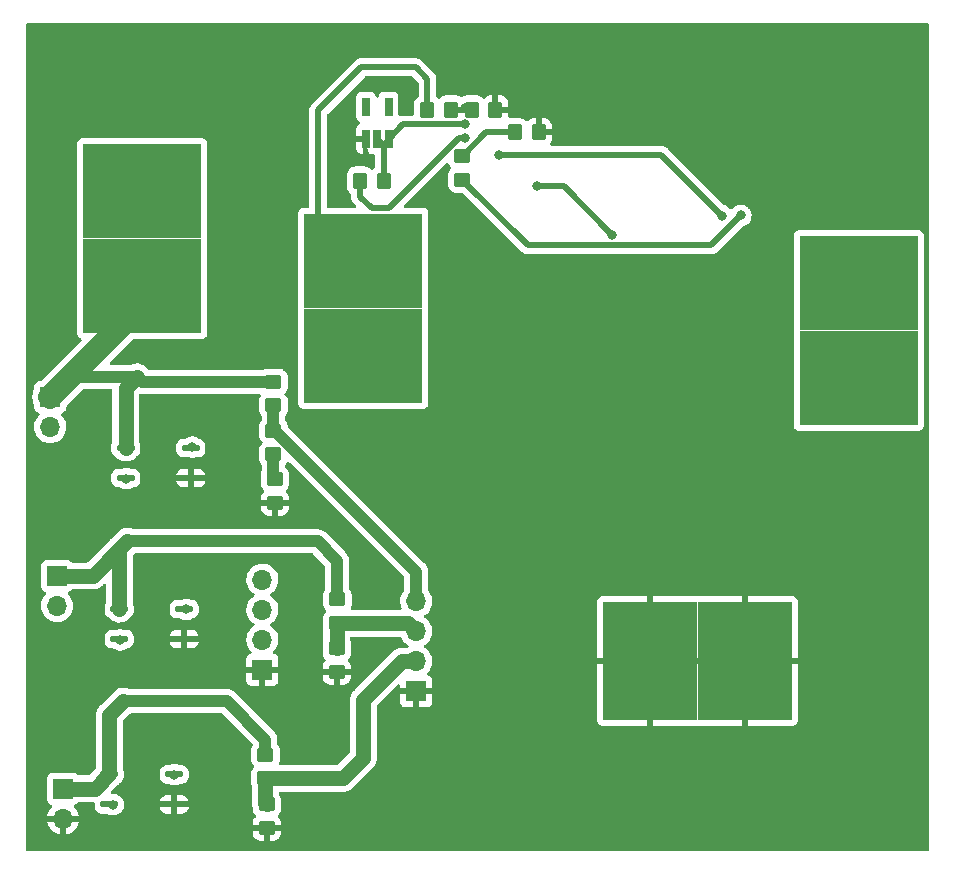
<source format=gbr>
%TF.GenerationSoftware,KiCad,Pcbnew,(6.0.2)*%
%TF.CreationDate,2022-03-20T03:32:58-07:00*%
%TF.ProjectId,ChargerPOC,43686172-6765-4725-904f-432e6b696361,rev?*%
%TF.SameCoordinates,Original*%
%TF.FileFunction,Copper,L2,Bot*%
%TF.FilePolarity,Positive*%
%FSLAX46Y46*%
G04 Gerber Fmt 4.6, Leading zero omitted, Abs format (unit mm)*
G04 Created by KiCad (PCBNEW (6.0.2)) date 2022-03-20 03:32:58*
%MOMM*%
%LPD*%
G01*
G04 APERTURE LIST*
G04 Aperture macros list*
%AMRoundRect*
0 Rectangle with rounded corners*
0 $1 Rounding radius*
0 $2 $3 $4 $5 $6 $7 $8 $9 X,Y pos of 4 corners*
0 Add a 4 corners polygon primitive as box body*
4,1,4,$2,$3,$4,$5,$6,$7,$8,$9,$2,$3,0*
0 Add four circle primitives for the rounded corners*
1,1,$1+$1,$2,$3*
1,1,$1+$1,$4,$5*
1,1,$1+$1,$6,$7*
1,1,$1+$1,$8,$9*
0 Add four rect primitives between the rounded corners*
20,1,$1+$1,$2,$3,$4,$5,0*
20,1,$1+$1,$4,$5,$6,$7,0*
20,1,$1+$1,$6,$7,$8,$9,0*
20,1,$1+$1,$8,$9,$2,$3,0*%
G04 Aperture macros list end*
%TA.AperFunction,ComponentPad*%
%ADD10R,10.000000X8.000000*%
%TD*%
%TA.AperFunction,ComponentPad*%
%ADD11R,1.700000X1.700000*%
%TD*%
%TA.AperFunction,ComponentPad*%
%ADD12O,1.700000X1.700000*%
%TD*%
%TA.AperFunction,ComponentPad*%
%ADD13R,8.000000X10.000000*%
%TD*%
%TA.AperFunction,SMDPad,CuDef*%
%ADD14R,0.650000X1.560000*%
%TD*%
%TA.AperFunction,SMDPad,CuDef*%
%ADD15RoundRect,0.137500X0.587500X0.137500X-0.587500X0.137500X-0.587500X-0.137500X0.587500X-0.137500X0*%
%TD*%
%TA.AperFunction,SMDPad,CuDef*%
%ADD16RoundRect,0.250000X-0.450000X0.350000X-0.450000X-0.350000X0.450000X-0.350000X0.450000X0.350000X0*%
%TD*%
%TA.AperFunction,SMDPad,CuDef*%
%ADD17RoundRect,0.250000X-0.350000X-0.450000X0.350000X-0.450000X0.350000X0.450000X-0.350000X0.450000X0*%
%TD*%
%TA.AperFunction,ViaPad*%
%ADD18C,0.800000*%
%TD*%
%TA.AperFunction,Conductor*%
%ADD19C,1.000000*%
%TD*%
%TA.AperFunction,Conductor*%
%ADD20C,2.000000*%
%TD*%
%TA.AperFunction,Conductor*%
%ADD21C,1.250000*%
%TD*%
%TA.AperFunction,Conductor*%
%ADD22C,0.500000*%
%TD*%
G04 APERTURE END LIST*
D10*
%TO.P,J5,1,Pin_1*%
%TO.N,Net-(BT1-Pad1)*%
X33248600Y-74422000D03*
X33248600Y-82422000D03*
%TD*%
%TO.P,J4,1,Pin_1*%
%TO.N,+BATT*%
X51943000Y-80334000D03*
X51943000Y-88334000D03*
%TD*%
D11*
%TO.P,J3,1,Pin_1*%
%TO.N,GND*%
X56438800Y-116763800D03*
D12*
%TO.P,J3,2,Pin_2*%
%TO.N,Net-(J3-Pad2)*%
X56438800Y-114223800D03*
%TO.P,J3,3,Pin_3*%
%TO.N,Net-(J3-Pad3)*%
X56438800Y-111683800D03*
%TO.P,J3,4,Pin_4*%
%TO.N,Net-(J3-Pad4)*%
X56438800Y-109143800D03*
%TD*%
D11*
%TO.P,J2,1,Pin_1*%
%TO.N,GND*%
X43408600Y-114925000D03*
D12*
%TO.P,J2,2,Pin_2*%
%TO.N,Net-(J2-Pad2)*%
X43408600Y-112385000D03*
%TO.P,J2,3,Pin_3*%
%TO.N,Net-(J2-Pad3)*%
X43408600Y-109845000D03*
%TO.P,J2,4,Pin_4*%
%TO.N,Net-(J2-Pad4)*%
X43408600Y-107305000D03*
%TD*%
D10*
%TO.P,J1,1,Pin_1*%
%TO.N,VBUS*%
X93903800Y-82219800D03*
X93903800Y-90219800D03*
%TD*%
D13*
%TO.P,J6,1,Pin_1*%
%TO.N,GND*%
X84251800Y-114198400D03*
X76251800Y-114198400D03*
%TD*%
D14*
%TO.P,U9,1*%
%TO.N,Net-(R11-Pad2)*%
X54086800Y-69980800D03*
%TO.P,U9,2*%
X53136800Y-69980800D03*
%TO.P,U9,3*%
%TO.N,GND*%
X52186800Y-69980800D03*
%TO.P,U9,4*%
%TO.N,N/C*%
X52186800Y-67280800D03*
%TO.P,U9,5*%
X54086800Y-67280800D03*
%TD*%
D15*
%TO.P,U4,1*%
%TO.N,Net-(R4-Pad1)*%
X37344800Y-96164400D03*
%TO.P,U4,2*%
%TO.N,GND*%
X37344800Y-98704400D03*
%TO.P,U4,3*%
%TO.N,Net-(U1-Pad3)*%
X31844800Y-98704400D03*
%TO.P,U4,4*%
%TO.N,Net-(BT1-Pad1)*%
X31844800Y-96164400D03*
%TD*%
D16*
%TO.P,R23,1*%
%TO.N,Net-(J3-Pad2)*%
X43789600Y-126346200D03*
%TO.P,R23,2*%
%TO.N,GND*%
X43789600Y-128346200D03*
%TD*%
%TO.P,R22,1*%
%TO.N,Net-(BT2-Pad2)*%
X43662600Y-122129800D03*
%TO.P,R22,2*%
%TO.N,Net-(J3-Pad2)*%
X43662600Y-124129800D03*
%TD*%
%TO.P,R21,1*%
%TO.N,Net-(J3-Pad3)*%
X49707800Y-113112800D03*
%TO.P,R21,2*%
%TO.N,GND*%
X49707800Y-115112800D03*
%TD*%
%TO.P,R20,1*%
%TO.N,Net-(BT1-Pad2)*%
X49758600Y-108991400D03*
%TO.P,R20,2*%
%TO.N,Net-(J3-Pad3)*%
X49758600Y-110991400D03*
%TD*%
%TO.P,R19,1*%
%TO.N,Net-(R19-Pad1)*%
X44475400Y-98787200D03*
%TO.P,R19,2*%
%TO.N,GND*%
X44475400Y-100787200D03*
%TD*%
%TO.P,R18,1*%
%TO.N,Net-(R16-Pad1)*%
X60325000Y-71440800D03*
%TO.P,R18,2*%
%TO.N,Net-(R18-Pad2)*%
X60325000Y-73440800D03*
%TD*%
D17*
%TO.P,R16,1*%
%TO.N,Net-(R16-Pad1)*%
X64820800Y-69443600D03*
%TO.P,R16,2*%
%TO.N,GND*%
X66820800Y-69443600D03*
%TD*%
%TO.P,R11,1*%
%TO.N,VBUS*%
X51663600Y-73533000D03*
%TO.P,R11,2*%
%TO.N,Net-(R11-Pad2)*%
X53663600Y-73533000D03*
%TD*%
%TO.P,R10,1*%
%TO.N,Net-(R10-Pad1)*%
X61137800Y-67513200D03*
%TO.P,R10,2*%
%TO.N,GND*%
X63137800Y-67513200D03*
%TD*%
%TO.P,R9,1*%
%TO.N,+BATT*%
X57385200Y-67513200D03*
%TO.P,R9,2*%
%TO.N,Net-(R10-Pad1)*%
X59385200Y-67513200D03*
%TD*%
D16*
%TO.P,R8,1*%
%TO.N,Net-(J3-Pad4)*%
X44348400Y-94697800D03*
%TO.P,R8,2*%
%TO.N,Net-(R19-Pad1)*%
X44348400Y-96697800D03*
%TD*%
%TO.P,R7,1*%
%TO.N,Net-(BT1-Pad1)*%
X44348400Y-90557600D03*
%TO.P,R7,2*%
%TO.N,Net-(J3-Pad4)*%
X44348400Y-92557600D03*
%TD*%
D11*
%TO.P,BT3,1,+*%
%TO.N,Net-(BT2-Pad2)*%
X26517600Y-125013800D03*
D12*
%TO.P,BT3,2,-*%
%TO.N,GND*%
X26517600Y-127553800D03*
%TD*%
D11*
%TO.P,BT2,1,+*%
%TO.N,Net-(BT1-Pad2)*%
X26009600Y-106995200D03*
D12*
%TO.P,BT2,2,-*%
%TO.N,Net-(BT2-Pad2)*%
X26009600Y-109535200D03*
%TD*%
D11*
%TO.P,BT1,1,+*%
%TO.N,Net-(BT1-Pad1)*%
X25450800Y-91846400D03*
D12*
%TO.P,BT1,2,-*%
%TO.N,Net-(BT1-Pad2)*%
X25450800Y-94386400D03*
%TD*%
D15*
%TO.P,U6,1*%
%TO.N,Net-(R6-Pad1)*%
X35947800Y-123799600D03*
%TO.P,U6,2*%
%TO.N,GND*%
X35947800Y-126339600D03*
%TO.P,U6,3*%
%TO.N,Net-(U3-Pad3)*%
X30447800Y-126339600D03*
%TO.P,U6,4*%
%TO.N,Net-(BT2-Pad2)*%
X30447800Y-123799600D03*
%TD*%
%TO.P,U5,1*%
%TO.N,Net-(R5-Pad1)*%
X36786000Y-109804200D03*
%TO.P,U5,2*%
%TO.N,GND*%
X36786000Y-112344200D03*
%TO.P,U5,3*%
%TO.N,Net-(U2-Pad3)*%
X31286000Y-112344200D03*
%TO.P,U5,4*%
%TO.N,Net-(BT1-Pad2)*%
X31286000Y-109804200D03*
%TD*%
D18*
%TO.N,Net-(U1-Pad3)*%
X31902400Y-98755200D03*
%TO.N,GND*%
X74930000Y-124460000D03*
X95250000Y-105410000D03*
X95250000Y-105410000D03*
X63500000Y-124460000D03*
X64770000Y-113030000D03*
X88900000Y-101600000D03*
X78740000Y-102870000D03*
X41910000Y-73660000D03*
X40640000Y-64770000D03*
X49530000Y-68580000D03*
X49530000Y-71120000D03*
%TO.N,Net-(U3-Pad3)*%
X30734000Y-126365000D03*
%TO.N,Net-(U2-Pad3)*%
X31369000Y-112420400D03*
%TO.N,Net-(BT2-Pad2)*%
X31648400Y-117602000D03*
%TO.N,Net-(BT1-Pad2)*%
X31978600Y-104063800D03*
%TO.N,Net-(BT1-Pad1)*%
X32791400Y-90144600D03*
%TO.N,Net-(R4-Pad1)*%
X37490400Y-96088200D03*
%TO.N,Net-(R5-Pad1)*%
X36957000Y-109829600D03*
%TO.N,Net-(R6-Pad1)*%
X35941000Y-123825000D03*
%TO.N,Net-(R10-Pad1)*%
X60564800Y-67402200D03*
%TO.N,Net-(R11-Pad2)*%
X60532919Y-68773562D03*
%TO.N,VBUS*%
X60564800Y-69942200D03*
%TO.N,Net-(R14-Pad1)*%
X73025000Y-78131600D03*
X66624200Y-74015600D03*
%TO.N,VBUS*%
X82326000Y-76497400D03*
X63423800Y-71323200D03*
%TO.N,Net-(R16-Pad1)*%
X60375800Y-71424800D03*
%TO.N,Net-(R18-Pad2)*%
X60333000Y-73448800D03*
X83921600Y-76479400D03*
%TD*%
D19*
%TO.N,Net-(BT1-Pad1)*%
X27152600Y-90144600D02*
X25450800Y-91846400D01*
X32791400Y-90144600D02*
X27152600Y-90144600D01*
D20*
X33248600Y-82422000D02*
X33248600Y-84048600D01*
X33248600Y-84048600D02*
X25450800Y-91846400D01*
D19*
%TO.N,Net-(BT2-Pad2)*%
X40411400Y-117602000D02*
X31648400Y-117602000D01*
X43662600Y-120853200D02*
X40411400Y-117602000D01*
X43662600Y-122129800D02*
X43662600Y-120853200D01*
%TO.N,Net-(BT1-Pad2)*%
X48082200Y-104063800D02*
X31978600Y-104063800D01*
X49758600Y-105740200D02*
X48082200Y-104063800D01*
X49758600Y-108991400D02*
X49758600Y-105740200D01*
%TO.N,Net-(BT1-Pad1)*%
X33204400Y-90557600D02*
X32791400Y-90144600D01*
X44348400Y-90557600D02*
X33204400Y-90557600D01*
%TO.N,Net-(R19-Pad1)*%
X44348400Y-98660200D02*
X44475400Y-98787200D01*
X44348400Y-96697800D02*
X44348400Y-98660200D01*
%TO.N,Net-(J3-Pad4)*%
X56438800Y-106645376D02*
X56438800Y-109143800D01*
X44491224Y-94697800D02*
X56438800Y-106645376D01*
X44348400Y-94697800D02*
X44491224Y-94697800D01*
X44348400Y-94697800D02*
X44348400Y-92557600D01*
D21*
%TO.N,Net-(J3-Pad2)*%
X51968400Y-117492119D02*
X55236719Y-114223800D01*
X51968400Y-122402600D02*
X51968400Y-117492119D01*
X50241200Y-124129800D02*
X51968400Y-122402600D01*
X43662600Y-124129800D02*
X50241200Y-124129800D01*
X55236719Y-114223800D02*
X56438800Y-114223800D01*
%TO.N,Net-(BT1-Pad2)*%
X29047200Y-106995200D02*
X31978600Y-104063800D01*
X26009600Y-106995200D02*
X29047200Y-106995200D01*
%TO.N,Net-(BT2-Pad2)*%
X26517600Y-125013800D02*
X29233600Y-125013800D01*
X29233600Y-125013800D02*
X30447800Y-123799600D01*
X30447800Y-118802600D02*
X31648400Y-117602000D01*
X30447800Y-123799600D02*
X30447800Y-118802600D01*
%TO.N,Net-(BT1-Pad2)*%
X31286000Y-104756400D02*
X31978600Y-104063800D01*
X31286000Y-109804200D02*
X31286000Y-104756400D01*
%TO.N,Net-(BT1-Pad1)*%
X31844800Y-91091200D02*
X32791400Y-90144600D01*
X31844800Y-96164400D02*
X31844800Y-91091200D01*
%TO.N,Net-(J3-Pad2)*%
X43662600Y-126219200D02*
X43789600Y-126346200D01*
X43662600Y-124129800D02*
X43662600Y-126219200D01*
%TO.N,Net-(J3-Pad3)*%
X55746400Y-110991400D02*
X56438800Y-111683800D01*
X49758600Y-110991400D02*
X55746400Y-110991400D01*
X49707800Y-111042200D02*
X49758600Y-110991400D01*
X49707800Y-113112800D02*
X49707800Y-111042200D01*
D22*
%TO.N,+BATT*%
X48133000Y-76524000D02*
X51943000Y-80334000D01*
X51790600Y-63931800D02*
X48133000Y-67589400D01*
X48133000Y-67589400D02*
X48133000Y-76524000D01*
X56388000Y-63931800D02*
X51790600Y-63931800D01*
X57385200Y-64929000D02*
X56388000Y-63931800D01*
X57385200Y-67513200D02*
X57385200Y-64929000D01*
%TO.N,Net-(R10-Pad1)*%
X60453800Y-67513200D02*
X60564800Y-67402200D01*
X59385200Y-67513200D02*
X60453800Y-67513200D01*
%TO.N,Net-(R11-Pad2)*%
X55294038Y-68773562D02*
X60532919Y-68773562D01*
X54086800Y-69980800D02*
X55294038Y-68773562D01*
X54086800Y-70084400D02*
X53663600Y-70507600D01*
X54086800Y-69980800D02*
X54086800Y-70084400D01*
X53663600Y-70507600D02*
X53136800Y-69980800D01*
X53663600Y-73533000D02*
X53663600Y-70507600D01*
%TO.N,VBUS*%
X54152800Y-75823730D02*
X60034330Y-69942200D01*
X60034330Y-69942200D02*
X60564800Y-69942200D01*
X54152800Y-75869800D02*
X54152800Y-75823730D01*
X52654200Y-75869800D02*
X54152800Y-75869800D01*
X51663600Y-73533000D02*
X51663600Y-74879200D01*
X51663600Y-74879200D02*
X52654200Y-75869800D01*
%TO.N,Net-(R14-Pad1)*%
X66624200Y-74015600D02*
X68909000Y-74015600D01*
%TO.N,Net-(R18-Pad2)*%
X65865301Y-78981101D02*
X60333000Y-73448800D01*
X81419899Y-78981101D02*
X65865301Y-78981101D01*
%TO.N,Net-(R14-Pad1)*%
X68909000Y-74015600D02*
X73025000Y-78131600D01*
%TO.N,Net-(R18-Pad2)*%
X83921600Y-76479400D02*
X81419899Y-78981101D01*
%TO.N,VBUS*%
X63423800Y-71323200D02*
X77151800Y-71323200D01*
X77151800Y-71323200D02*
X82326000Y-76497400D01*
%TO.N,Net-(R16-Pad1)*%
X62357000Y-69443600D02*
X60375800Y-71424800D01*
X64820800Y-69443600D02*
X62357000Y-69443600D01*
%TO.N,Net-(R18-Pad2)*%
X60333000Y-73448800D02*
X60325000Y-73440800D01*
%TD*%
%TA.AperFunction,Conductor*%
%TO.N,GND*%
G36*
X99764121Y-60218002D02*
G01*
X99810614Y-60271658D01*
X99822000Y-60324000D01*
X99822000Y-130176000D01*
X99801998Y-130244121D01*
X99748342Y-130290614D01*
X99696000Y-130302000D01*
X23494000Y-130302000D01*
X23425879Y-130281998D01*
X23379386Y-130228342D01*
X23368000Y-130176000D01*
X23368000Y-127821766D01*
X25185857Y-127821766D01*
X25216165Y-127956246D01*
X25219245Y-127966075D01*
X25299370Y-128163403D01*
X25304013Y-128172594D01*
X25415294Y-128354188D01*
X25421377Y-128362499D01*
X25560813Y-128523467D01*
X25568180Y-128530683D01*
X25732034Y-128666716D01*
X25740481Y-128672631D01*
X25924356Y-128780079D01*
X25933642Y-128784529D01*
X26132601Y-128860503D01*
X26142499Y-128863379D01*
X26245850Y-128884406D01*
X26259899Y-128883210D01*
X26263600Y-128872865D01*
X26263600Y-128872317D01*
X26771600Y-128872317D01*
X26775664Y-128886159D01*
X26789078Y-128888193D01*
X26795784Y-128887334D01*
X26805862Y-128885192D01*
X27009855Y-128823991D01*
X27019442Y-128820233D01*
X27176492Y-128743295D01*
X42581601Y-128743295D01*
X42581938Y-128749814D01*
X42591857Y-128845406D01*
X42594749Y-128858800D01*
X42646188Y-129012984D01*
X42652361Y-129026162D01*
X42737663Y-129164007D01*
X42746699Y-129175408D01*
X42861429Y-129289939D01*
X42872840Y-129298951D01*
X43010843Y-129384016D01*
X43024024Y-129390163D01*
X43178310Y-129441338D01*
X43191686Y-129444205D01*
X43286038Y-129453872D01*
X43292454Y-129454200D01*
X43517485Y-129454200D01*
X43532724Y-129449725D01*
X43533929Y-129448335D01*
X43535600Y-129440652D01*
X43535600Y-129436084D01*
X44043600Y-129436084D01*
X44048075Y-129451323D01*
X44049465Y-129452528D01*
X44057148Y-129454199D01*
X44286695Y-129454199D01*
X44293214Y-129453862D01*
X44388806Y-129443943D01*
X44402200Y-129441051D01*
X44556384Y-129389612D01*
X44569562Y-129383439D01*
X44707407Y-129298137D01*
X44718808Y-129289101D01*
X44833339Y-129174371D01*
X44842351Y-129162960D01*
X44927416Y-129024957D01*
X44933563Y-129011776D01*
X44984738Y-128857490D01*
X44987605Y-128844114D01*
X44997272Y-128749762D01*
X44997600Y-128743346D01*
X44997600Y-128618315D01*
X44993125Y-128603076D01*
X44991735Y-128601871D01*
X44984052Y-128600200D01*
X44061715Y-128600200D01*
X44046476Y-128604675D01*
X44045271Y-128606065D01*
X44043600Y-128613748D01*
X44043600Y-129436084D01*
X43535600Y-129436084D01*
X43535600Y-128618315D01*
X43531125Y-128603076D01*
X43529735Y-128601871D01*
X43522052Y-128600200D01*
X42599716Y-128600200D01*
X42584477Y-128604675D01*
X42583272Y-128606065D01*
X42581601Y-128613748D01*
X42581601Y-128743295D01*
X27176492Y-128743295D01*
X27210695Y-128726539D01*
X27219545Y-128721264D01*
X27392928Y-128597592D01*
X27400800Y-128590939D01*
X27551652Y-128440612D01*
X27558330Y-128432765D01*
X27682603Y-128259820D01*
X27687913Y-128250983D01*
X27782270Y-128060067D01*
X27786069Y-128050472D01*
X27847977Y-127846710D01*
X27850155Y-127836637D01*
X27851586Y-127825762D01*
X27849375Y-127811578D01*
X27836217Y-127807800D01*
X26789715Y-127807800D01*
X26774476Y-127812275D01*
X26773271Y-127813665D01*
X26771600Y-127821348D01*
X26771600Y-128872317D01*
X26263600Y-128872317D01*
X26263600Y-127825915D01*
X26259125Y-127810676D01*
X26257735Y-127809471D01*
X26250052Y-127807800D01*
X25200825Y-127807800D01*
X25187294Y-127811773D01*
X25185857Y-127821766D01*
X23368000Y-127821766D01*
X23368000Y-115819669D01*
X42050601Y-115819669D01*
X42050971Y-115826490D01*
X42056495Y-115877352D01*
X42060121Y-115892604D01*
X42105276Y-116013054D01*
X42113814Y-116028649D01*
X42190315Y-116130724D01*
X42202876Y-116143285D01*
X42304951Y-116219786D01*
X42320546Y-116228324D01*
X42440994Y-116273478D01*
X42456249Y-116277105D01*
X42507114Y-116282631D01*
X42513928Y-116283000D01*
X43136485Y-116283000D01*
X43151724Y-116278525D01*
X43152929Y-116277135D01*
X43154600Y-116269452D01*
X43154600Y-116264884D01*
X43662600Y-116264884D01*
X43667075Y-116280123D01*
X43668465Y-116281328D01*
X43676148Y-116282999D01*
X44303269Y-116282999D01*
X44310090Y-116282629D01*
X44360952Y-116277105D01*
X44376204Y-116273479D01*
X44496654Y-116228324D01*
X44512249Y-116219786D01*
X44614324Y-116143285D01*
X44626885Y-116130724D01*
X44703386Y-116028649D01*
X44711924Y-116013054D01*
X44757078Y-115892606D01*
X44760705Y-115877351D01*
X44766231Y-115826486D01*
X44766600Y-115819672D01*
X44766600Y-115509895D01*
X48499801Y-115509895D01*
X48500138Y-115516414D01*
X48510057Y-115612006D01*
X48512949Y-115625400D01*
X48564388Y-115779584D01*
X48570561Y-115792762D01*
X48655863Y-115930607D01*
X48664899Y-115942008D01*
X48779629Y-116056539D01*
X48791040Y-116065551D01*
X48929043Y-116150616D01*
X48942224Y-116156763D01*
X49096510Y-116207938D01*
X49109886Y-116210805D01*
X49204238Y-116220472D01*
X49210654Y-116220800D01*
X49435685Y-116220800D01*
X49450924Y-116216325D01*
X49452129Y-116214935D01*
X49453800Y-116207252D01*
X49453800Y-116202684D01*
X49961800Y-116202684D01*
X49966275Y-116217923D01*
X49967665Y-116219128D01*
X49975348Y-116220799D01*
X50204895Y-116220799D01*
X50211414Y-116220462D01*
X50307006Y-116210543D01*
X50320400Y-116207651D01*
X50474584Y-116156212D01*
X50487762Y-116150039D01*
X50625607Y-116064737D01*
X50637008Y-116055701D01*
X50751539Y-115940971D01*
X50760551Y-115929560D01*
X50845616Y-115791557D01*
X50851763Y-115778376D01*
X50902938Y-115624090D01*
X50905805Y-115610714D01*
X50915472Y-115516362D01*
X50915800Y-115509946D01*
X50915800Y-115384915D01*
X50911325Y-115369676D01*
X50909935Y-115368471D01*
X50902252Y-115366800D01*
X49979915Y-115366800D01*
X49964676Y-115371275D01*
X49963471Y-115372665D01*
X49961800Y-115380348D01*
X49961800Y-116202684D01*
X49453800Y-116202684D01*
X49453800Y-115384915D01*
X49449325Y-115369676D01*
X49447935Y-115368471D01*
X49440252Y-115366800D01*
X48517916Y-115366800D01*
X48502677Y-115371275D01*
X48501472Y-115372665D01*
X48499801Y-115380348D01*
X48499801Y-115509895D01*
X44766600Y-115509895D01*
X44766600Y-115197115D01*
X44762125Y-115181876D01*
X44760735Y-115180671D01*
X44753052Y-115179000D01*
X43680715Y-115179000D01*
X43665476Y-115183475D01*
X43664271Y-115184865D01*
X43662600Y-115192548D01*
X43662600Y-116264884D01*
X43154600Y-116264884D01*
X43154600Y-115197115D01*
X43150125Y-115181876D01*
X43148735Y-115180671D01*
X43141052Y-115179000D01*
X42068716Y-115179000D01*
X42053477Y-115183475D01*
X42052272Y-115184865D01*
X42050601Y-115192548D01*
X42050601Y-115819669D01*
X23368000Y-115819669D01*
X23368000Y-112546930D01*
X30052500Y-112546930D01*
X30052693Y-112549378D01*
X30052693Y-112549386D01*
X30054687Y-112574715D01*
X30055383Y-112583560D01*
X30057176Y-112589732D01*
X30057177Y-112589737D01*
X30096467Y-112724973D01*
X30100919Y-112740296D01*
X30104954Y-112747119D01*
X30179969Y-112873965D01*
X30179972Y-112873969D01*
X30184003Y-112880785D01*
X30299415Y-112996197D01*
X30306231Y-113000228D01*
X30306235Y-113000231D01*
X30432300Y-113074784D01*
X30439904Y-113079281D01*
X30447515Y-113081492D01*
X30447517Y-113081493D01*
X30590463Y-113123023D01*
X30590468Y-113123024D01*
X30596640Y-113124817D01*
X30603045Y-113125321D01*
X30603050Y-113125322D01*
X30630814Y-113127507D01*
X30630822Y-113127507D01*
X30633270Y-113127700D01*
X30755943Y-113127700D01*
X30824064Y-113147702D01*
X30830004Y-113151764D01*
X30876698Y-113185689D01*
X30912248Y-113211518D01*
X30918276Y-113214202D01*
X30918278Y-113214203D01*
X31080681Y-113286509D01*
X31086712Y-113289194D01*
X31169226Y-113306733D01*
X31267056Y-113327528D01*
X31267061Y-113327528D01*
X31273513Y-113328900D01*
X31464487Y-113328900D01*
X31470939Y-113327528D01*
X31470944Y-113327528D01*
X31568774Y-113306733D01*
X31651288Y-113289194D01*
X31657319Y-113286509D01*
X31819722Y-113214203D01*
X31819724Y-113214202D01*
X31825752Y-113211518D01*
X31912942Y-113148170D01*
X31964364Y-113126158D01*
X31968941Y-113125322D01*
X31975360Y-113124817D01*
X32043168Y-113105117D01*
X32124483Y-113081493D01*
X32124485Y-113081492D01*
X32132096Y-113079281D01*
X32139700Y-113074784D01*
X32265765Y-113000231D01*
X32265769Y-113000228D01*
X32272585Y-112996197D01*
X32387997Y-112880785D01*
X32392028Y-112873969D01*
X32392031Y-112873965D01*
X32467046Y-112747119D01*
X32471081Y-112740296D01*
X32475533Y-112724973D01*
X32508915Y-112610071D01*
X35563605Y-112610071D01*
X35599169Y-112732483D01*
X35605416Y-112746919D01*
X35680367Y-112873655D01*
X35690007Y-112886082D01*
X35794118Y-112990193D01*
X35806545Y-112999833D01*
X35933281Y-113074784D01*
X35947717Y-113081031D01*
X36090542Y-113122526D01*
X36103129Y-113124824D01*
X36130857Y-113127007D01*
X36135783Y-113127200D01*
X36513885Y-113127200D01*
X36529124Y-113122725D01*
X36530329Y-113121335D01*
X36532000Y-113113652D01*
X36532000Y-113109085D01*
X37040000Y-113109085D01*
X37044475Y-113124324D01*
X37045865Y-113125529D01*
X37053548Y-113127200D01*
X37436217Y-113127200D01*
X37441143Y-113127007D01*
X37468871Y-113124824D01*
X37481458Y-113122526D01*
X37624283Y-113081031D01*
X37638719Y-113074784D01*
X37765455Y-112999833D01*
X37777882Y-112990193D01*
X37881993Y-112886082D01*
X37891633Y-112873655D01*
X37966584Y-112746919D01*
X37972831Y-112732483D01*
X38006790Y-112615595D01*
X38006750Y-112601495D01*
X37999480Y-112598200D01*
X37058115Y-112598200D01*
X37042876Y-112602675D01*
X37041671Y-112604065D01*
X37040000Y-112611748D01*
X37040000Y-113109085D01*
X36532000Y-113109085D01*
X36532000Y-112616315D01*
X36527525Y-112601076D01*
X36526135Y-112599871D01*
X36518452Y-112598200D01*
X35578271Y-112598200D01*
X35564740Y-112602173D01*
X35563605Y-112610071D01*
X32508915Y-112610071D01*
X32514823Y-112589737D01*
X32514824Y-112589732D01*
X32516617Y-112583560D01*
X32517314Y-112574715D01*
X32519307Y-112549386D01*
X32519307Y-112549378D01*
X32519500Y-112546930D01*
X32519500Y-112351695D01*
X42045851Y-112351695D01*
X42046148Y-112356848D01*
X42046148Y-112356851D01*
X42051611Y-112451590D01*
X42058710Y-112574715D01*
X42059847Y-112579761D01*
X42059848Y-112579767D01*
X42068085Y-112616315D01*
X42107822Y-112792639D01*
X42191866Y-112999616D01*
X42194565Y-113004020D01*
X42294178Y-113166574D01*
X42308587Y-113190088D01*
X42454850Y-113358938D01*
X42458825Y-113362238D01*
X42458831Y-113362244D01*
X42464025Y-113366556D01*
X42503659Y-113425460D01*
X42505155Y-113496441D01*
X42468039Y-113556962D01*
X42427768Y-113581480D01*
X42320546Y-113621676D01*
X42304951Y-113630214D01*
X42202876Y-113706715D01*
X42190315Y-113719276D01*
X42113814Y-113821351D01*
X42105276Y-113836946D01*
X42060122Y-113957394D01*
X42056495Y-113972649D01*
X42050969Y-114023514D01*
X42050600Y-114030328D01*
X42050600Y-114652885D01*
X42055075Y-114668124D01*
X42056465Y-114669329D01*
X42064148Y-114671000D01*
X44748484Y-114671000D01*
X44763723Y-114666525D01*
X44764928Y-114665135D01*
X44766599Y-114657452D01*
X44766599Y-114030331D01*
X44766229Y-114023510D01*
X44760705Y-113972648D01*
X44757079Y-113957396D01*
X44711924Y-113836946D01*
X44703386Y-113821351D01*
X44626885Y-113719276D01*
X44614324Y-113706715D01*
X44512249Y-113630214D01*
X44496654Y-113621676D01*
X44386413Y-113580348D01*
X44329649Y-113537706D01*
X44304949Y-113471145D01*
X44320157Y-113401796D01*
X44341704Y-113373115D01*
X44443030Y-113272144D01*
X44443040Y-113272132D01*
X44446696Y-113268489D01*
X44465475Y-113242356D01*
X44574035Y-113091277D01*
X44577053Y-113087077D01*
X44585038Y-113070922D01*
X44673736Y-112891453D01*
X44673737Y-112891451D01*
X44676030Y-112886811D01*
X44722919Y-112732483D01*
X44739465Y-112678023D01*
X44739465Y-112678021D01*
X44740970Y-112673069D01*
X44770129Y-112451590D01*
X44771756Y-112385000D01*
X44753452Y-112162361D01*
X44699031Y-111945702D01*
X44609954Y-111740840D01*
X44505459Y-111579315D01*
X44491422Y-111557617D01*
X44491420Y-111557614D01*
X44488614Y-111553277D01*
X44338270Y-111388051D01*
X44334219Y-111384852D01*
X44334215Y-111384848D01*
X44167014Y-111252800D01*
X44167010Y-111252798D01*
X44162959Y-111249598D01*
X44121653Y-111226796D01*
X44071684Y-111176364D01*
X44056912Y-111106921D01*
X44082028Y-111040516D01*
X44109380Y-111013909D01*
X44153203Y-110982650D01*
X44288460Y-110886173D01*
X44296324Y-110878337D01*
X44443035Y-110732137D01*
X44446696Y-110728489D01*
X44464946Y-110703092D01*
X44574035Y-110551277D01*
X44577053Y-110547077D01*
X44590670Y-110519526D01*
X44673736Y-110351453D01*
X44673737Y-110351451D01*
X44676030Y-110346811D01*
X44722858Y-110192683D01*
X44739465Y-110138023D01*
X44739465Y-110138021D01*
X44740970Y-110133069D01*
X44770129Y-109911590D01*
X44771756Y-109845000D01*
X44753452Y-109622361D01*
X44699031Y-109405702D01*
X44609954Y-109200840D01*
X44551507Y-109110495D01*
X44491422Y-109017617D01*
X44491420Y-109017614D01*
X44488614Y-109013277D01*
X44338270Y-108848051D01*
X44334219Y-108844852D01*
X44334215Y-108844848D01*
X44167014Y-108712800D01*
X44167010Y-108712798D01*
X44162959Y-108709598D01*
X44121653Y-108686796D01*
X44071684Y-108636364D01*
X44056912Y-108566921D01*
X44082028Y-108500516D01*
X44109380Y-108473909D01*
X44153203Y-108442650D01*
X44288460Y-108346173D01*
X44295753Y-108338906D01*
X44443035Y-108192137D01*
X44446696Y-108188489D01*
X44469938Y-108156145D01*
X44574035Y-108011277D01*
X44577053Y-108007077D01*
X44582592Y-107995871D01*
X44673736Y-107811453D01*
X44673737Y-107811451D01*
X44676030Y-107806811D01*
X44740970Y-107593069D01*
X44770129Y-107371590D01*
X44771756Y-107305000D01*
X44753452Y-107082361D01*
X44699031Y-106865702D01*
X44609954Y-106660840D01*
X44488614Y-106473277D01*
X44338270Y-106308051D01*
X44334219Y-106304852D01*
X44334215Y-106304848D01*
X44167014Y-106172800D01*
X44167010Y-106172798D01*
X44162959Y-106169598D01*
X43967389Y-106061638D01*
X43962520Y-106059914D01*
X43962516Y-106059912D01*
X43761687Y-105988795D01*
X43761683Y-105988794D01*
X43756812Y-105987069D01*
X43751719Y-105986162D01*
X43751716Y-105986161D01*
X43541973Y-105948800D01*
X43541967Y-105948799D01*
X43536884Y-105947894D01*
X43463052Y-105946992D01*
X43318681Y-105945228D01*
X43318679Y-105945228D01*
X43313511Y-105945165D01*
X43092691Y-105978955D01*
X42880356Y-106048357D01*
X42850043Y-106064137D01*
X42740755Y-106121029D01*
X42682207Y-106151507D01*
X42678074Y-106154610D01*
X42678071Y-106154612D01*
X42531128Y-106264940D01*
X42503565Y-106285635D01*
X42349229Y-106447138D01*
X42346315Y-106451410D01*
X42346314Y-106451411D01*
X42340334Y-106460177D01*
X42223343Y-106631680D01*
X42129288Y-106834305D01*
X42069589Y-107049570D01*
X42045851Y-107271695D01*
X42046148Y-107276848D01*
X42046148Y-107276851D01*
X42051611Y-107371590D01*
X42058710Y-107494715D01*
X42059847Y-107499761D01*
X42059848Y-107499767D01*
X42079719Y-107587939D01*
X42107822Y-107712639D01*
X42152833Y-107823488D01*
X42179807Y-107889917D01*
X42191866Y-107919616D01*
X42238595Y-107995871D01*
X42253465Y-108020136D01*
X42308587Y-108110088D01*
X42454850Y-108278938D01*
X42626726Y-108421632D01*
X42673455Y-108448938D01*
X42700045Y-108464476D01*
X42748769Y-108516114D01*
X42761840Y-108585897D01*
X42735109Y-108651669D01*
X42694655Y-108685027D01*
X42682207Y-108691507D01*
X42678074Y-108694610D01*
X42678071Y-108694612D01*
X42599488Y-108753614D01*
X42503565Y-108825635D01*
X42499993Y-108829373D01*
X42375704Y-108959434D01*
X42349229Y-108987138D01*
X42346315Y-108991410D01*
X42346314Y-108991411D01*
X42290553Y-109073154D01*
X42223343Y-109171680D01*
X42181414Y-109262009D01*
X42140314Y-109350552D01*
X42129288Y-109374305D01*
X42069589Y-109589570D01*
X42045851Y-109811695D01*
X42046148Y-109816848D01*
X42046148Y-109816851D01*
X42056966Y-110004461D01*
X42058710Y-110034715D01*
X42059847Y-110039761D01*
X42059848Y-110039767D01*
X42060703Y-110043560D01*
X42107822Y-110252639D01*
X42191866Y-110459616D01*
X42224495Y-110512862D01*
X42288210Y-110616835D01*
X42308587Y-110650088D01*
X42454850Y-110818938D01*
X42626726Y-110961632D01*
X42697195Y-111002811D01*
X42700045Y-111004476D01*
X42748769Y-111056114D01*
X42761840Y-111125897D01*
X42735109Y-111191669D01*
X42694655Y-111225027D01*
X42682207Y-111231507D01*
X42678074Y-111234610D01*
X42678071Y-111234612D01*
X42653847Y-111252800D01*
X42503565Y-111365635D01*
X42349229Y-111527138D01*
X42346315Y-111531410D01*
X42346314Y-111531411D01*
X42323144Y-111565377D01*
X42223343Y-111711680D01*
X42129288Y-111914305D01*
X42069589Y-112129570D01*
X42045851Y-112351695D01*
X32519500Y-112351695D01*
X32519500Y-112141470D01*
X32518968Y-112134707D01*
X32517122Y-112111250D01*
X32517121Y-112111245D01*
X32516617Y-112104840D01*
X32514824Y-112098668D01*
X32514823Y-112098663D01*
X32507310Y-112072805D01*
X35565210Y-112072805D01*
X35565250Y-112086905D01*
X35572520Y-112090200D01*
X36513885Y-112090200D01*
X36529124Y-112085725D01*
X36530329Y-112084335D01*
X36532000Y-112076652D01*
X36532000Y-112072085D01*
X37040000Y-112072085D01*
X37044475Y-112087324D01*
X37045865Y-112088529D01*
X37053548Y-112090200D01*
X37993729Y-112090200D01*
X38007260Y-112086227D01*
X38008395Y-112078329D01*
X37972831Y-111955917D01*
X37966584Y-111941481D01*
X37891633Y-111814745D01*
X37881993Y-111802318D01*
X37777882Y-111698207D01*
X37765455Y-111688567D01*
X37638719Y-111613616D01*
X37624283Y-111607369D01*
X37481458Y-111565874D01*
X37468871Y-111563576D01*
X37441143Y-111561393D01*
X37436216Y-111561200D01*
X37058115Y-111561200D01*
X37042876Y-111565675D01*
X37041671Y-111567065D01*
X37040000Y-111574748D01*
X37040000Y-112072085D01*
X36532000Y-112072085D01*
X36532000Y-111579315D01*
X36527525Y-111564076D01*
X36526135Y-111562871D01*
X36518452Y-111561200D01*
X36135784Y-111561200D01*
X36130857Y-111561393D01*
X36103129Y-111563576D01*
X36090542Y-111565874D01*
X35947717Y-111607369D01*
X35933281Y-111613616D01*
X35806545Y-111688567D01*
X35794118Y-111698207D01*
X35690007Y-111802318D01*
X35680367Y-111814745D01*
X35605416Y-111941481D01*
X35599169Y-111955917D01*
X35565210Y-112072805D01*
X32507310Y-112072805D01*
X32473293Y-111955717D01*
X32473292Y-111955715D01*
X32471081Y-111948104D01*
X32392214Y-111814745D01*
X32392031Y-111814435D01*
X32392028Y-111814431D01*
X32387997Y-111807615D01*
X32272585Y-111692203D01*
X32265769Y-111688172D01*
X32265765Y-111688169D01*
X32138919Y-111613154D01*
X32132096Y-111609119D01*
X32124485Y-111606908D01*
X32124483Y-111606907D01*
X31981537Y-111565377D01*
X31981532Y-111565376D01*
X31975360Y-111563583D01*
X31968955Y-111563079D01*
X31968950Y-111563078D01*
X31941186Y-111560893D01*
X31941178Y-111560893D01*
X31938730Y-111560700D01*
X31697000Y-111560700D01*
X31658063Y-111554533D01*
X31657320Y-111554292D01*
X31651288Y-111551606D01*
X31644836Y-111550234D01*
X31644831Y-111550233D01*
X31470944Y-111513272D01*
X31470939Y-111513272D01*
X31464487Y-111511900D01*
X31273513Y-111511900D01*
X31267061Y-111513272D01*
X31267056Y-111513272D01*
X31093169Y-111550233D01*
X31093164Y-111550234D01*
X31086712Y-111551606D01*
X31080680Y-111554292D01*
X31079937Y-111554533D01*
X31041000Y-111560700D01*
X30633270Y-111560700D01*
X30630822Y-111560893D01*
X30630814Y-111560893D01*
X30603050Y-111563078D01*
X30603045Y-111563079D01*
X30596640Y-111563583D01*
X30590468Y-111565376D01*
X30590463Y-111565377D01*
X30447517Y-111606907D01*
X30447515Y-111606908D01*
X30439904Y-111609119D01*
X30433081Y-111613154D01*
X30306235Y-111688169D01*
X30306231Y-111688172D01*
X30299415Y-111692203D01*
X30184003Y-111807615D01*
X30179972Y-111814431D01*
X30179969Y-111814435D01*
X30179786Y-111814745D01*
X30100919Y-111948104D01*
X30098708Y-111955715D01*
X30098707Y-111955717D01*
X30057177Y-112098663D01*
X30057176Y-112098668D01*
X30055383Y-112104840D01*
X30054879Y-112111245D01*
X30054878Y-112111250D01*
X30053032Y-112134707D01*
X30052500Y-112141470D01*
X30052500Y-112546930D01*
X23368000Y-112546930D01*
X23368000Y-101184295D01*
X43267401Y-101184295D01*
X43267738Y-101190814D01*
X43277657Y-101286406D01*
X43280549Y-101299800D01*
X43331988Y-101453984D01*
X43338161Y-101467162D01*
X43423463Y-101605007D01*
X43432499Y-101616408D01*
X43547229Y-101730939D01*
X43558640Y-101739951D01*
X43696643Y-101825016D01*
X43709824Y-101831163D01*
X43864110Y-101882338D01*
X43877486Y-101885205D01*
X43971838Y-101894872D01*
X43978254Y-101895200D01*
X44203285Y-101895200D01*
X44218524Y-101890725D01*
X44219729Y-101889335D01*
X44221400Y-101881652D01*
X44221400Y-101877084D01*
X44729400Y-101877084D01*
X44733875Y-101892323D01*
X44735265Y-101893528D01*
X44742948Y-101895199D01*
X44972495Y-101895199D01*
X44979014Y-101894862D01*
X45074606Y-101884943D01*
X45088000Y-101882051D01*
X45242184Y-101830612D01*
X45255362Y-101824439D01*
X45393207Y-101739137D01*
X45404608Y-101730101D01*
X45519139Y-101615371D01*
X45528151Y-101603960D01*
X45613216Y-101465957D01*
X45619363Y-101452776D01*
X45670538Y-101298490D01*
X45673405Y-101285114D01*
X45683072Y-101190762D01*
X45683400Y-101184346D01*
X45683400Y-101059315D01*
X45678925Y-101044076D01*
X45677535Y-101042871D01*
X45669852Y-101041200D01*
X44747515Y-101041200D01*
X44732276Y-101045675D01*
X44731071Y-101047065D01*
X44729400Y-101054748D01*
X44729400Y-101877084D01*
X44221400Y-101877084D01*
X44221400Y-101059315D01*
X44216925Y-101044076D01*
X44215535Y-101042871D01*
X44207852Y-101041200D01*
X43285516Y-101041200D01*
X43270277Y-101045675D01*
X43269072Y-101047065D01*
X43267401Y-101054748D01*
X43267401Y-101184295D01*
X23368000Y-101184295D01*
X23368000Y-98907130D01*
X30611300Y-98907130D01*
X30614183Y-98943760D01*
X30615976Y-98949932D01*
X30615977Y-98949937D01*
X30619736Y-98962875D01*
X30659719Y-99100496D01*
X30663754Y-99107319D01*
X30738769Y-99234165D01*
X30738772Y-99234169D01*
X30742803Y-99240985D01*
X30858215Y-99356397D01*
X30865031Y-99360428D01*
X30865035Y-99360431D01*
X30991100Y-99434984D01*
X30998704Y-99439481D01*
X31006315Y-99441692D01*
X31006317Y-99441693D01*
X31149263Y-99483223D01*
X31149268Y-99483224D01*
X31155440Y-99485017D01*
X31161845Y-99485521D01*
X31161850Y-99485522D01*
X31189614Y-99487707D01*
X31189622Y-99487707D01*
X31192070Y-99487900D01*
X31324303Y-99487900D01*
X31392424Y-99507902D01*
X31398364Y-99511964D01*
X31445648Y-99546318D01*
X31451676Y-99549002D01*
X31451678Y-99549003D01*
X31601456Y-99615688D01*
X31620112Y-99623994D01*
X31713512Y-99643847D01*
X31800456Y-99662328D01*
X31800461Y-99662328D01*
X31806913Y-99663700D01*
X31997887Y-99663700D01*
X32004339Y-99662328D01*
X32004344Y-99662328D01*
X32091288Y-99643847D01*
X32184688Y-99623994D01*
X32203344Y-99615688D01*
X32353122Y-99549003D01*
X32353124Y-99549002D01*
X32359152Y-99546318D01*
X32406436Y-99511964D01*
X32473304Y-99488106D01*
X32480497Y-99487900D01*
X32497530Y-99487900D01*
X32499978Y-99487707D01*
X32499986Y-99487707D01*
X32527750Y-99485522D01*
X32527755Y-99485521D01*
X32534160Y-99485017D01*
X32540332Y-99483224D01*
X32540337Y-99483223D01*
X32683283Y-99441693D01*
X32683285Y-99441692D01*
X32690896Y-99439481D01*
X32698500Y-99434984D01*
X32824565Y-99360431D01*
X32824569Y-99360428D01*
X32831385Y-99356397D01*
X32946797Y-99240985D01*
X32950828Y-99234169D01*
X32950831Y-99234165D01*
X33025846Y-99107319D01*
X33029881Y-99100496D01*
X33067715Y-98970271D01*
X36122405Y-98970271D01*
X36157969Y-99092683D01*
X36164216Y-99107119D01*
X36239167Y-99233855D01*
X36248807Y-99246282D01*
X36352918Y-99350393D01*
X36365345Y-99360033D01*
X36492081Y-99434984D01*
X36506517Y-99441231D01*
X36649342Y-99482726D01*
X36661929Y-99485024D01*
X36689657Y-99487207D01*
X36694583Y-99487400D01*
X37072685Y-99487400D01*
X37087924Y-99482925D01*
X37089129Y-99481535D01*
X37090800Y-99473852D01*
X37090800Y-99469285D01*
X37598800Y-99469285D01*
X37603275Y-99484524D01*
X37604665Y-99485729D01*
X37612348Y-99487400D01*
X37995017Y-99487400D01*
X37999943Y-99487207D01*
X38027671Y-99485024D01*
X38040258Y-99482726D01*
X38183083Y-99441231D01*
X38197519Y-99434984D01*
X38324255Y-99360033D01*
X38336682Y-99350393D01*
X38440793Y-99246282D01*
X38450433Y-99233855D01*
X38525384Y-99107119D01*
X38531631Y-99092683D01*
X38565590Y-98975795D01*
X38565550Y-98961695D01*
X38558280Y-98958400D01*
X37616915Y-98958400D01*
X37601676Y-98962875D01*
X37600471Y-98964265D01*
X37598800Y-98971948D01*
X37598800Y-99469285D01*
X37090800Y-99469285D01*
X37090800Y-98976515D01*
X37086325Y-98961276D01*
X37084935Y-98960071D01*
X37077252Y-98958400D01*
X36137071Y-98958400D01*
X36123540Y-98962373D01*
X36122405Y-98970271D01*
X33067715Y-98970271D01*
X33069864Y-98962875D01*
X33073623Y-98949937D01*
X33073624Y-98949932D01*
X33075417Y-98943760D01*
X33078300Y-98907130D01*
X33078300Y-98501670D01*
X33075417Y-98465040D01*
X33073624Y-98458868D01*
X33073623Y-98458863D01*
X33066110Y-98433005D01*
X36124010Y-98433005D01*
X36124050Y-98447105D01*
X36131320Y-98450400D01*
X37072685Y-98450400D01*
X37087924Y-98445925D01*
X37089129Y-98444535D01*
X37090800Y-98436852D01*
X37090800Y-98432285D01*
X37598800Y-98432285D01*
X37603275Y-98447524D01*
X37604665Y-98448729D01*
X37612348Y-98450400D01*
X38552529Y-98450400D01*
X38566060Y-98446427D01*
X38567195Y-98438529D01*
X38531631Y-98316117D01*
X38525384Y-98301681D01*
X38450433Y-98174945D01*
X38440793Y-98162518D01*
X38336682Y-98058407D01*
X38324255Y-98048767D01*
X38197519Y-97973816D01*
X38183083Y-97967569D01*
X38040258Y-97926074D01*
X38027671Y-97923776D01*
X37999943Y-97921593D01*
X37995016Y-97921400D01*
X37616915Y-97921400D01*
X37601676Y-97925875D01*
X37600471Y-97927265D01*
X37598800Y-97934948D01*
X37598800Y-98432285D01*
X37090800Y-98432285D01*
X37090800Y-97939515D01*
X37086325Y-97924276D01*
X37084935Y-97923071D01*
X37077252Y-97921400D01*
X36694584Y-97921400D01*
X36689657Y-97921593D01*
X36661929Y-97923776D01*
X36649342Y-97926074D01*
X36506517Y-97967569D01*
X36492081Y-97973816D01*
X36365345Y-98048767D01*
X36352918Y-98058407D01*
X36248807Y-98162518D01*
X36239167Y-98174945D01*
X36164216Y-98301681D01*
X36157969Y-98316117D01*
X36124010Y-98433005D01*
X33066110Y-98433005D01*
X33032093Y-98315917D01*
X33032092Y-98315915D01*
X33029881Y-98308304D01*
X32951014Y-98174945D01*
X32950831Y-98174635D01*
X32950828Y-98174631D01*
X32946797Y-98167815D01*
X32831385Y-98052403D01*
X32824569Y-98048372D01*
X32824565Y-98048369D01*
X32697719Y-97973354D01*
X32690896Y-97969319D01*
X32683285Y-97967108D01*
X32683283Y-97967107D01*
X32540337Y-97925577D01*
X32540332Y-97925576D01*
X32534160Y-97923783D01*
X32527755Y-97923279D01*
X32527750Y-97923278D01*
X32499986Y-97921093D01*
X32499978Y-97921093D01*
X32497530Y-97920900D01*
X32288946Y-97920900D01*
X32237697Y-97910007D01*
X32190719Y-97889091D01*
X32190718Y-97889091D01*
X32184688Y-97886406D01*
X32091287Y-97866553D01*
X32004344Y-97848072D01*
X32004339Y-97848072D01*
X31997887Y-97846700D01*
X31806913Y-97846700D01*
X31800461Y-97848072D01*
X31800456Y-97848072D01*
X31713513Y-97866553D01*
X31620112Y-97886406D01*
X31614082Y-97889091D01*
X31614081Y-97889091D01*
X31567103Y-97910007D01*
X31515854Y-97920900D01*
X31192070Y-97920900D01*
X31189622Y-97921093D01*
X31189614Y-97921093D01*
X31161850Y-97923278D01*
X31161845Y-97923279D01*
X31155440Y-97923783D01*
X31149268Y-97925576D01*
X31149263Y-97925577D01*
X31006317Y-97967107D01*
X31006315Y-97967108D01*
X30998704Y-97969319D01*
X30991881Y-97973354D01*
X30865035Y-98048369D01*
X30865031Y-98048372D01*
X30858215Y-98052403D01*
X30742803Y-98167815D01*
X30738772Y-98174631D01*
X30738769Y-98174635D01*
X30738586Y-98174945D01*
X30659719Y-98308304D01*
X30657508Y-98315915D01*
X30657507Y-98315917D01*
X30615977Y-98458863D01*
X30615976Y-98458868D01*
X30614183Y-98465040D01*
X30611300Y-98501670D01*
X30611300Y-98907130D01*
X23368000Y-98907130D01*
X23368000Y-91872813D01*
X23937622Y-91872813D01*
X23961311Y-92114402D01*
X23985442Y-92205735D01*
X24022027Y-92344208D01*
X24022029Y-92344214D01*
X24023319Y-92349096D01*
X24081408Y-92479564D01*
X24092300Y-92530809D01*
X24092300Y-92744534D01*
X24099055Y-92806716D01*
X24150185Y-92943105D01*
X24237539Y-93059661D01*
X24354095Y-93147015D01*
X24362504Y-93150167D01*
X24362505Y-93150168D01*
X24471251Y-93190935D01*
X24528016Y-93233576D01*
X24552716Y-93300138D01*
X24537509Y-93369487D01*
X24518116Y-93395968D01*
X24391429Y-93528538D01*
X24265543Y-93713080D01*
X24221402Y-93808175D01*
X24187724Y-93880728D01*
X24171488Y-93915705D01*
X24111789Y-94130970D01*
X24088051Y-94353095D01*
X24088348Y-94358248D01*
X24088348Y-94358251D01*
X24093811Y-94452990D01*
X24100910Y-94576115D01*
X24102047Y-94581161D01*
X24102048Y-94581167D01*
X24102475Y-94583061D01*
X24150022Y-94794039D01*
X24234066Y-95001016D01*
X24350787Y-95191488D01*
X24497050Y-95360338D01*
X24668926Y-95503032D01*
X24861800Y-95615738D01*
X25070492Y-95695430D01*
X25075560Y-95696461D01*
X25075563Y-95696462D01*
X25182817Y-95718283D01*
X25289397Y-95739967D01*
X25294572Y-95740157D01*
X25294574Y-95740157D01*
X25507473Y-95747964D01*
X25507477Y-95747964D01*
X25512637Y-95748153D01*
X25517757Y-95747497D01*
X25517759Y-95747497D01*
X25729088Y-95720425D01*
X25729089Y-95720425D01*
X25734216Y-95719768D01*
X25807469Y-95697791D01*
X25943229Y-95657061D01*
X25943234Y-95657059D01*
X25948184Y-95655574D01*
X26148794Y-95557296D01*
X26330660Y-95427573D01*
X26386683Y-95371746D01*
X26485235Y-95273537D01*
X26488896Y-95269889D01*
X26526158Y-95218034D01*
X26616235Y-95092677D01*
X26619253Y-95088477D01*
X26718230Y-94888211D01*
X26783170Y-94674469D01*
X26812329Y-94452990D01*
X26813956Y-94386400D01*
X26795652Y-94163761D01*
X26741231Y-93947102D01*
X26652154Y-93742240D01*
X26530814Y-93554677D01*
X26527332Y-93550850D01*
X26383598Y-93392888D01*
X26352546Y-93329042D01*
X26360941Y-93258543D01*
X26406117Y-93203775D01*
X26432561Y-93190106D01*
X26539097Y-93150167D01*
X26547505Y-93147015D01*
X26664061Y-93059661D01*
X26751415Y-92943105D01*
X26802545Y-92806716D01*
X26809300Y-92744534D01*
X26809300Y-92673431D01*
X26829302Y-92605310D01*
X26846205Y-92584336D01*
X28240536Y-91190005D01*
X28302848Y-91155979D01*
X28329631Y-91153100D01*
X30585300Y-91153100D01*
X30653421Y-91173102D01*
X30699914Y-91226758D01*
X30711300Y-91279100D01*
X30711300Y-95646614D01*
X30693754Y-95710752D01*
X30663756Y-95761477D01*
X30659719Y-95768304D01*
X30657508Y-95775915D01*
X30657507Y-95775917D01*
X30615977Y-95918863D01*
X30615976Y-95918868D01*
X30614183Y-95925040D01*
X30611300Y-95961670D01*
X30611300Y-96367130D01*
X30614183Y-96403760D01*
X30615976Y-96409932D01*
X30615977Y-96409937D01*
X30657507Y-96552883D01*
X30659719Y-96560496D01*
X30663754Y-96567319D01*
X30738769Y-96694165D01*
X30738772Y-96694169D01*
X30742803Y-96700985D01*
X30858215Y-96816397D01*
X30865036Y-96820431D01*
X30865039Y-96820433D01*
X30944954Y-96867694D01*
X30979902Y-96898316D01*
X31016507Y-96944917D01*
X31016512Y-96944922D01*
X31020217Y-96949639D01*
X31024747Y-96953570D01*
X31024748Y-96953571D01*
X31179048Y-97087467D01*
X31179053Y-97087471D01*
X31183579Y-97091398D01*
X31370799Y-97199707D01*
X31481595Y-97238182D01*
X31569458Y-97268693D01*
X31569460Y-97268694D01*
X31575123Y-97270660D01*
X31581058Y-97271521D01*
X31581060Y-97271521D01*
X31783237Y-97300836D01*
X31783240Y-97300836D01*
X31789177Y-97301697D01*
X32005238Y-97291696D01*
X32140570Y-97259081D01*
X32209677Y-97242426D01*
X32209679Y-97242425D01*
X32215510Y-97241020D01*
X32220968Y-97238538D01*
X32220972Y-97238537D01*
X32347064Y-97181206D01*
X32412406Y-97151497D01*
X32588821Y-97026357D01*
X32723596Y-96885569D01*
X32750474Y-96864247D01*
X32824565Y-96820431D01*
X32824569Y-96820428D01*
X32831385Y-96816397D01*
X32946797Y-96700985D01*
X32950828Y-96694169D01*
X32950831Y-96694165D01*
X33025846Y-96567319D01*
X33029881Y-96560496D01*
X33032093Y-96552883D01*
X33073623Y-96409937D01*
X33073624Y-96409932D01*
X33075417Y-96403760D01*
X33078300Y-96367130D01*
X36111300Y-96367130D01*
X36114183Y-96403760D01*
X36115976Y-96409932D01*
X36115977Y-96409937D01*
X36157507Y-96552883D01*
X36159719Y-96560496D01*
X36163754Y-96567319D01*
X36238769Y-96694165D01*
X36238772Y-96694169D01*
X36242803Y-96700985D01*
X36358215Y-96816397D01*
X36365031Y-96820428D01*
X36365035Y-96820431D01*
X36491881Y-96895446D01*
X36498704Y-96899481D01*
X36506315Y-96901692D01*
X36506317Y-96901693D01*
X36649263Y-96943223D01*
X36649268Y-96943224D01*
X36655440Y-96945017D01*
X36661845Y-96945521D01*
X36661850Y-96945522D01*
X36689614Y-96947707D01*
X36689622Y-96947707D01*
X36692070Y-96947900D01*
X37162400Y-96947900D01*
X37201337Y-96954067D01*
X37202080Y-96954308D01*
X37208112Y-96956994D01*
X37214564Y-96958366D01*
X37214569Y-96958367D01*
X37388456Y-96995328D01*
X37388461Y-96995328D01*
X37394913Y-96996700D01*
X37585887Y-96996700D01*
X37592339Y-96995328D01*
X37592344Y-96995328D01*
X37766231Y-96958367D01*
X37766236Y-96958366D01*
X37772688Y-96956994D01*
X37778720Y-96954308D01*
X37779463Y-96954067D01*
X37818400Y-96947900D01*
X37997530Y-96947900D01*
X37999978Y-96947707D01*
X37999986Y-96947707D01*
X38027750Y-96945522D01*
X38027755Y-96945521D01*
X38034160Y-96945017D01*
X38040332Y-96943224D01*
X38040337Y-96943223D01*
X38183283Y-96901693D01*
X38183285Y-96901692D01*
X38190896Y-96899481D01*
X38197719Y-96895446D01*
X38324565Y-96820431D01*
X38324569Y-96820428D01*
X38331385Y-96816397D01*
X38446797Y-96700985D01*
X38450828Y-96694169D01*
X38450831Y-96694165D01*
X38525846Y-96567319D01*
X38529881Y-96560496D01*
X38532093Y-96552883D01*
X38573623Y-96409937D01*
X38573624Y-96409932D01*
X38575417Y-96403760D01*
X38578300Y-96367130D01*
X38578300Y-95961670D01*
X38575417Y-95925040D01*
X38573624Y-95918868D01*
X38573623Y-95918863D01*
X38532093Y-95775917D01*
X38532092Y-95775915D01*
X38529881Y-95768304D01*
X38517576Y-95747497D01*
X38450831Y-95634635D01*
X38450828Y-95634631D01*
X38446797Y-95627815D01*
X38331385Y-95512403D01*
X38324569Y-95508372D01*
X38324565Y-95508369D01*
X38197719Y-95433354D01*
X38190896Y-95429319D01*
X38183285Y-95427108D01*
X38183283Y-95427107D01*
X38109141Y-95405567D01*
X38070233Y-95386506D01*
X37952494Y-95300963D01*
X37952493Y-95300962D01*
X37947152Y-95297082D01*
X37941124Y-95294398D01*
X37941122Y-95294397D01*
X37778719Y-95222091D01*
X37778718Y-95222091D01*
X37772688Y-95219406D01*
X37667785Y-95197108D01*
X37592344Y-95181072D01*
X37592339Y-95181072D01*
X37585887Y-95179700D01*
X37394913Y-95179700D01*
X37388461Y-95181072D01*
X37388456Y-95181072D01*
X37313015Y-95197108D01*
X37208112Y-95219406D01*
X37202082Y-95222091D01*
X37202081Y-95222091D01*
X37039678Y-95294397D01*
X37039676Y-95294398D01*
X37033648Y-95297082D01*
X37028307Y-95300962D01*
X37028306Y-95300963D01*
X36951404Y-95356836D01*
X36884536Y-95380694D01*
X36877343Y-95380900D01*
X36692070Y-95380900D01*
X36689622Y-95381093D01*
X36689614Y-95381093D01*
X36661850Y-95383278D01*
X36661845Y-95383279D01*
X36655440Y-95383783D01*
X36649268Y-95385576D01*
X36649263Y-95385577D01*
X36506317Y-95427107D01*
X36506315Y-95427108D01*
X36498704Y-95429319D01*
X36491881Y-95433354D01*
X36365035Y-95508369D01*
X36365031Y-95508372D01*
X36358215Y-95512403D01*
X36242803Y-95627815D01*
X36238772Y-95634631D01*
X36238769Y-95634635D01*
X36172024Y-95747497D01*
X36159719Y-95768304D01*
X36157508Y-95775915D01*
X36157507Y-95775917D01*
X36115977Y-95918863D01*
X36115976Y-95918868D01*
X36114183Y-95925040D01*
X36111300Y-95961670D01*
X36111300Y-96367130D01*
X33078300Y-96367130D01*
X33078300Y-95961670D01*
X33075417Y-95925040D01*
X33073624Y-95918868D01*
X33073623Y-95918863D01*
X33032093Y-95775917D01*
X33032092Y-95775915D01*
X33029881Y-95768304D01*
X33025844Y-95761477D01*
X32995846Y-95710752D01*
X32978300Y-95646614D01*
X32978300Y-91688031D01*
X32998302Y-91619910D01*
X33051958Y-91573417D01*
X33118342Y-91562816D01*
X33144123Y-91565707D01*
X33147627Y-91566100D01*
X33151155Y-91566100D01*
X33152139Y-91566155D01*
X33157819Y-91566602D01*
X33187225Y-91569589D01*
X33194737Y-91570352D01*
X33194739Y-91570352D01*
X33200862Y-91570974D01*
X33246508Y-91566659D01*
X33258367Y-91566100D01*
X43177091Y-91566100D01*
X43245212Y-91586102D01*
X43291705Y-91639758D01*
X43301809Y-91710032D01*
X43284351Y-91758216D01*
X43210609Y-91877848D01*
X43206285Y-91884862D01*
X43150603Y-92052739D01*
X43139900Y-92157200D01*
X43139900Y-92958000D01*
X43150874Y-93063766D01*
X43206850Y-93231546D01*
X43267183Y-93329042D01*
X43290694Y-93367035D01*
X43299922Y-93381948D01*
X43305104Y-93387121D01*
X43309649Y-93392855D01*
X43307976Y-93394181D01*
X43336998Y-93447225D01*
X43339900Y-93474111D01*
X43339900Y-93781494D01*
X43319898Y-93849615D01*
X43308717Y-93863502D01*
X43308804Y-93863571D01*
X43304266Y-93869317D01*
X43299095Y-93874497D01*
X43206285Y-94025062D01*
X43203981Y-94032009D01*
X43161946Y-94158742D01*
X43150603Y-94192939D01*
X43139900Y-94297400D01*
X43139900Y-95098200D01*
X43140237Y-95101446D01*
X43140237Y-95101450D01*
X43149123Y-95187089D01*
X43150874Y-95203966D01*
X43206850Y-95371746D01*
X43299922Y-95522148D01*
X43305104Y-95527321D01*
X43386509Y-95608584D01*
X43420588Y-95670866D01*
X43415585Y-95741686D01*
X43386664Y-95786775D01*
X43299095Y-95874497D01*
X43295255Y-95880727D01*
X43295254Y-95880728D01*
X43245361Y-95961670D01*
X43206285Y-96025062D01*
X43150603Y-96192939D01*
X43139900Y-96297400D01*
X43139900Y-97098200D01*
X43150874Y-97203966D01*
X43153055Y-97210502D01*
X43153055Y-97210504D01*
X43183192Y-97300836D01*
X43206850Y-97371746D01*
X43299922Y-97522148D01*
X43305104Y-97527321D01*
X43309649Y-97533055D01*
X43307976Y-97534381D01*
X43336998Y-97587425D01*
X43339900Y-97614311D01*
X43339900Y-98074349D01*
X43331162Y-98113758D01*
X43333285Y-98114462D01*
X43277603Y-98282339D01*
X43276903Y-98289175D01*
X43276902Y-98289178D01*
X43274163Y-98315917D01*
X43266900Y-98386800D01*
X43266900Y-99187600D01*
X43267237Y-99190846D01*
X43267237Y-99190850D01*
X43273021Y-99246591D01*
X43277874Y-99293366D01*
X43280055Y-99299902D01*
X43280055Y-99299904D01*
X43298903Y-99356397D01*
X43333850Y-99461146D01*
X43426922Y-99611548D01*
X43432104Y-99616721D01*
X43513863Y-99698338D01*
X43547942Y-99760621D01*
X43542939Y-99831441D01*
X43514018Y-99876529D01*
X43431661Y-99959029D01*
X43422649Y-99970440D01*
X43337584Y-100108443D01*
X43331437Y-100121624D01*
X43280262Y-100275910D01*
X43277395Y-100289286D01*
X43267728Y-100383638D01*
X43267400Y-100390055D01*
X43267400Y-100515085D01*
X43271875Y-100530324D01*
X43273265Y-100531529D01*
X43280948Y-100533200D01*
X45665284Y-100533200D01*
X45680523Y-100528725D01*
X45681728Y-100527335D01*
X45683399Y-100519652D01*
X45683399Y-100390105D01*
X45683062Y-100383586D01*
X45673143Y-100287994D01*
X45670251Y-100274600D01*
X45618812Y-100120416D01*
X45612639Y-100107238D01*
X45527337Y-99969393D01*
X45518301Y-99957992D01*
X45436938Y-99876770D01*
X45402859Y-99814487D01*
X45407862Y-99743667D01*
X45436783Y-99698580D01*
X45519530Y-99615688D01*
X45519534Y-99615683D01*
X45524705Y-99610503D01*
X45562614Y-99549003D01*
X45613675Y-99466168D01*
X45613676Y-99466166D01*
X45617515Y-99459938D01*
X45673197Y-99292061D01*
X45677888Y-99246282D01*
X45683572Y-99190798D01*
X45683900Y-99187600D01*
X45683900Y-98386800D01*
X45676566Y-98316117D01*
X45673638Y-98287892D01*
X45673637Y-98287888D01*
X45672926Y-98281034D01*
X45616950Y-98113254D01*
X45523878Y-97962852D01*
X45486837Y-97925875D01*
X45398703Y-97837895D01*
X45399827Y-97836769D01*
X45363747Y-97785886D01*
X45356900Y-97744915D01*
X45356900Y-97614106D01*
X45376902Y-97545985D01*
X45388083Y-97532098D01*
X45387996Y-97532029D01*
X45392534Y-97526283D01*
X45397705Y-97521103D01*
X45490515Y-97370538D01*
X45492618Y-97364197D01*
X45539358Y-97311109D01*
X45607635Y-97291645D01*
X45675595Y-97312184D01*
X45695735Y-97328546D01*
X55393395Y-107026205D01*
X55427421Y-107088517D01*
X55430300Y-107115300D01*
X55430300Y-108182181D01*
X55410298Y-108250302D01*
X55395394Y-108269232D01*
X55379429Y-108285938D01*
X55253543Y-108470480D01*
X55219060Y-108544768D01*
X55176543Y-108636364D01*
X55159488Y-108673105D01*
X55099789Y-108888370D01*
X55076051Y-109110495D01*
X55076348Y-109115648D01*
X55076348Y-109115651D01*
X55085524Y-109274788D01*
X55088910Y-109333515D01*
X55090047Y-109338561D01*
X55090048Y-109338567D01*
X55106309Y-109410720D01*
X55138022Y-109551439D01*
X55159815Y-109605108D01*
X55192050Y-109684496D01*
X55199146Y-109755137D01*
X55166924Y-109818401D01*
X55105614Y-109854201D01*
X55075307Y-109857900D01*
X51006960Y-109857900D01*
X50938839Y-109837898D01*
X50892346Y-109784242D01*
X50882242Y-109713968D01*
X50895370Y-109677746D01*
X50893780Y-109677005D01*
X50896875Y-109670368D01*
X50900715Y-109664138D01*
X50931524Y-109571250D01*
X50954232Y-109502789D01*
X50954232Y-109502787D01*
X50956397Y-109496261D01*
X50967100Y-109391800D01*
X50967100Y-108591000D01*
X50966571Y-108585897D01*
X50956838Y-108492092D01*
X50956837Y-108492088D01*
X50956126Y-108485234D01*
X50935778Y-108424242D01*
X50902468Y-108324402D01*
X50900150Y-108317454D01*
X50820344Y-108188489D01*
X50810931Y-108173278D01*
X50810930Y-108173277D01*
X50807078Y-108167052D01*
X50801896Y-108161879D01*
X50797351Y-108156145D01*
X50799024Y-108154819D01*
X50770002Y-108101775D01*
X50767100Y-108074889D01*
X50767100Y-105802050D01*
X50767837Y-105788442D01*
X50771259Y-105756939D01*
X50771925Y-105750812D01*
X50767547Y-105700770D01*
X50767221Y-105695988D01*
X50767100Y-105693510D01*
X50767100Y-105690431D01*
X50766801Y-105687377D01*
X50766800Y-105687366D01*
X50762913Y-105647729D01*
X50762791Y-105646415D01*
X50755223Y-105559918D01*
X50754687Y-105553787D01*
X50753200Y-105548668D01*
X50752680Y-105543367D01*
X50725809Y-105454366D01*
X50725474Y-105453233D01*
X50701230Y-105369786D01*
X50701228Y-105369782D01*
X50699509Y-105363864D01*
X50697056Y-105359132D01*
X50695516Y-105354031D01*
X50651869Y-105271940D01*
X50651257Y-105270774D01*
X50611329Y-105193747D01*
X50608492Y-105188274D01*
X50605169Y-105184111D01*
X50602666Y-105179404D01*
X50543861Y-105107302D01*
X50543033Y-105106275D01*
X50514069Y-105069992D01*
X50514064Y-105069987D01*
X50511862Y-105067228D01*
X50509361Y-105064727D01*
X50508719Y-105064009D01*
X50505006Y-105059661D01*
X50497242Y-105050141D01*
X50477665Y-105026138D01*
X50472923Y-105022215D01*
X50472921Y-105022213D01*
X50442327Y-104996903D01*
X50433547Y-104988913D01*
X48839055Y-103394421D01*
X48829953Y-103384278D01*
X48810097Y-103359582D01*
X48806232Y-103354775D01*
X48767778Y-103322508D01*
X48764131Y-103319328D01*
X48762319Y-103317685D01*
X48760125Y-103315491D01*
X48726851Y-103288158D01*
X48726053Y-103287496D01*
X48654726Y-103227646D01*
X48650056Y-103225078D01*
X48645939Y-103221697D01*
X48564114Y-103177823D01*
X48562955Y-103177194D01*
X48486819Y-103135338D01*
X48486811Y-103135335D01*
X48481413Y-103132367D01*
X48476331Y-103130755D01*
X48471637Y-103128238D01*
X48382669Y-103101038D01*
X48381641Y-103100718D01*
X48292894Y-103072565D01*
X48287598Y-103071971D01*
X48282502Y-103070413D01*
X48189943Y-103061010D01*
X48188807Y-103060889D01*
X48155192Y-103057119D01*
X48142470Y-103055692D01*
X48142466Y-103055692D01*
X48138973Y-103055300D01*
X48135446Y-103055300D01*
X48134461Y-103055245D01*
X48128781Y-103054798D01*
X48099375Y-103051811D01*
X48091863Y-103051048D01*
X48091861Y-103051048D01*
X48085738Y-103050426D01*
X48043459Y-103054423D01*
X48040091Y-103054741D01*
X48028233Y-103055300D01*
X32536128Y-103055300D01*
X32481537Y-103042697D01*
X32477754Y-103040383D01*
X32275225Y-102964459D01*
X32215722Y-102954341D01*
X32067224Y-102929091D01*
X32067221Y-102929091D01*
X32061994Y-102928202D01*
X32061993Y-102928202D01*
X32057275Y-102928305D01*
X32057273Y-102928305D01*
X31851750Y-102932789D01*
X31851748Y-102932789D01*
X31845753Y-102932920D01*
X31634305Y-102978444D01*
X31628789Y-102980791D01*
X31628786Y-102980792D01*
X31453680Y-103055300D01*
X31435281Y-103063129D01*
X31255860Y-103183922D01*
X31251644Y-103187745D01*
X30559709Y-103879680D01*
X30551224Y-103886844D01*
X30551408Y-103887057D01*
X30546872Y-103890972D01*
X30541979Y-103894443D01*
X30537833Y-103898774D01*
X30476395Y-103962953D01*
X30474472Y-103964917D01*
X28614594Y-105824795D01*
X28552282Y-105858821D01*
X28525499Y-105861700D01*
X27345666Y-105861700D01*
X27277545Y-105841698D01*
X27244842Y-105811268D01*
X27222861Y-105781939D01*
X27106305Y-105694585D01*
X26969916Y-105643455D01*
X26907734Y-105636700D01*
X25111466Y-105636700D01*
X25049284Y-105643455D01*
X24912895Y-105694585D01*
X24796339Y-105781939D01*
X24708985Y-105898495D01*
X24657855Y-106034884D01*
X24651100Y-106097066D01*
X24651100Y-107893334D01*
X24657855Y-107955516D01*
X24708985Y-108091905D01*
X24796339Y-108208461D01*
X24912895Y-108295815D01*
X24921304Y-108298967D01*
X24921305Y-108298968D01*
X25030051Y-108339735D01*
X25086816Y-108382376D01*
X25111516Y-108448938D01*
X25096309Y-108518287D01*
X25076916Y-108544768D01*
X25029615Y-108594266D01*
X24950229Y-108677338D01*
X24947315Y-108681610D01*
X24947314Y-108681611D01*
X24940178Y-108692072D01*
X24824343Y-108861880D01*
X24808603Y-108895790D01*
X24748451Y-109025377D01*
X24730288Y-109064505D01*
X24670589Y-109279770D01*
X24646851Y-109501895D01*
X24647148Y-109507048D01*
X24647148Y-109507051D01*
X24659079Y-109713968D01*
X24659710Y-109724915D01*
X24660847Y-109729961D01*
X24660848Y-109729967D01*
X24673080Y-109784242D01*
X24708822Y-109942839D01*
X24792866Y-110149816D01*
X24795565Y-110154220D01*
X24900592Y-110325609D01*
X24909587Y-110340288D01*
X25055850Y-110509138D01*
X25227726Y-110651832D01*
X25420600Y-110764538D01*
X25425425Y-110766380D01*
X25425426Y-110766381D01*
X25490675Y-110791297D01*
X25629292Y-110844230D01*
X25634360Y-110845261D01*
X25634363Y-110845262D01*
X25741617Y-110867083D01*
X25848197Y-110888767D01*
X25853372Y-110888957D01*
X25853374Y-110888957D01*
X26066273Y-110896764D01*
X26066277Y-110896764D01*
X26071437Y-110896953D01*
X26076557Y-110896297D01*
X26076559Y-110896297D01*
X26287888Y-110869225D01*
X26287889Y-110869225D01*
X26293016Y-110868568D01*
X26297966Y-110867083D01*
X26502029Y-110805861D01*
X26502034Y-110805859D01*
X26506984Y-110804374D01*
X26707594Y-110706096D01*
X26889460Y-110576373D01*
X27047696Y-110418689D01*
X27057015Y-110405721D01*
X27175035Y-110241477D01*
X27178053Y-110237277D01*
X27202422Y-110187971D01*
X27274736Y-110041653D01*
X27274737Y-110041651D01*
X27277030Y-110037011D01*
X27341970Y-109823269D01*
X27371129Y-109601790D01*
X27372359Y-109551439D01*
X27372674Y-109538565D01*
X27372674Y-109538561D01*
X27372756Y-109535200D01*
X27354452Y-109312561D01*
X27300031Y-109095902D01*
X27210954Y-108891040D01*
X27116526Y-108745076D01*
X27092422Y-108707817D01*
X27092420Y-108707814D01*
X27089614Y-108703477D01*
X27081787Y-108694875D01*
X26942398Y-108541688D01*
X26911346Y-108477842D01*
X26919741Y-108407343D01*
X26964917Y-108352575D01*
X26991361Y-108338906D01*
X27097897Y-108298967D01*
X27106305Y-108295815D01*
X27222861Y-108208461D01*
X27244841Y-108179133D01*
X27301700Y-108136620D01*
X27345666Y-108128700D01*
X28940833Y-108128700D01*
X28951894Y-108129633D01*
X28951915Y-108129353D01*
X28957888Y-108129792D01*
X28963807Y-108130798D01*
X29058571Y-108128730D01*
X29061319Y-108128700D01*
X29101241Y-108128700D01*
X29108905Y-108127969D01*
X29118101Y-108127431D01*
X29153765Y-108126653D01*
X29174052Y-108126210D01*
X29174053Y-108126210D01*
X29180048Y-108126079D01*
X29213695Y-108118835D01*
X29228244Y-108116583D01*
X29248710Y-108114630D01*
X29262515Y-108113313D01*
X29288503Y-108105689D01*
X29321968Y-108095871D01*
X29330919Y-108093597D01*
X29391495Y-108080556D01*
X29404814Y-108074889D01*
X29423166Y-108067080D01*
X29437027Y-108062117D01*
X29470060Y-108052426D01*
X29525141Y-108024058D01*
X29533486Y-108020139D01*
X29590520Y-107995871D01*
X29619079Y-107976644D01*
X29631754Y-107969148D01*
X29643856Y-107962915D01*
X29662348Y-107953391D01*
X29711074Y-107915117D01*
X29718524Y-107909694D01*
X29766181Y-107877609D01*
X29766183Y-107877607D01*
X29769940Y-107875078D01*
X29774156Y-107871255D01*
X29795349Y-107850062D01*
X29806611Y-107840071D01*
X29827722Y-107823488D01*
X29832439Y-107819783D01*
X29839668Y-107811453D01*
X29874219Y-107771636D01*
X29880289Y-107765122D01*
X29937405Y-107708006D01*
X29999717Y-107673980D01*
X30070532Y-107679045D01*
X30127368Y-107721592D01*
X30152179Y-107788112D01*
X30152500Y-107797101D01*
X30152500Y-109286414D01*
X30134954Y-109350552D01*
X30108639Y-109395050D01*
X30100919Y-109408104D01*
X30098708Y-109415715D01*
X30098707Y-109415717D01*
X30057177Y-109558663D01*
X30057176Y-109558668D01*
X30055383Y-109564840D01*
X30054879Y-109571245D01*
X30054878Y-109571250D01*
X30053032Y-109594707D01*
X30052500Y-109601470D01*
X30052500Y-110006930D01*
X30052693Y-110009378D01*
X30052693Y-110009386D01*
X30054868Y-110037011D01*
X30055383Y-110043560D01*
X30057176Y-110049732D01*
X30057177Y-110049737D01*
X30096467Y-110184973D01*
X30100919Y-110200296D01*
X30104954Y-110207119D01*
X30179969Y-110333965D01*
X30179972Y-110333969D01*
X30184003Y-110340785D01*
X30299415Y-110456197D01*
X30306236Y-110460231D01*
X30306239Y-110460233D01*
X30386154Y-110507494D01*
X30421102Y-110538116D01*
X30457707Y-110584717D01*
X30457712Y-110584722D01*
X30461417Y-110589439D01*
X30465947Y-110593370D01*
X30465948Y-110593371D01*
X30620248Y-110727267D01*
X30620253Y-110727271D01*
X30624779Y-110731198D01*
X30811999Y-110839507D01*
X30848197Y-110852077D01*
X31010658Y-110908493D01*
X31010660Y-110908494D01*
X31016323Y-110910460D01*
X31022258Y-110911321D01*
X31022260Y-110911321D01*
X31224437Y-110940636D01*
X31224440Y-110940636D01*
X31230377Y-110941497D01*
X31446438Y-110931496D01*
X31622947Y-110888957D01*
X31650877Y-110882226D01*
X31650879Y-110882225D01*
X31656710Y-110880820D01*
X31662168Y-110878338D01*
X31662172Y-110878337D01*
X31821574Y-110805861D01*
X31853606Y-110791297D01*
X32030021Y-110666157D01*
X32164796Y-110525369D01*
X32191674Y-110504047D01*
X32265765Y-110460231D01*
X32265769Y-110460228D01*
X32272585Y-110456197D01*
X32387997Y-110340785D01*
X32392028Y-110333969D01*
X32392031Y-110333965D01*
X32467046Y-110207119D01*
X32471081Y-110200296D01*
X32475533Y-110184973D01*
X32514823Y-110049737D01*
X32514824Y-110049732D01*
X32516617Y-110043560D01*
X32517133Y-110037011D01*
X32519307Y-110009386D01*
X32519307Y-110009378D01*
X32519500Y-110006930D01*
X35552500Y-110006930D01*
X35552693Y-110009378D01*
X35552693Y-110009386D01*
X35554868Y-110037011D01*
X35555383Y-110043560D01*
X35557176Y-110049732D01*
X35557177Y-110049737D01*
X35596467Y-110184973D01*
X35600919Y-110200296D01*
X35604954Y-110207119D01*
X35679969Y-110333965D01*
X35679972Y-110333969D01*
X35684003Y-110340785D01*
X35799415Y-110456197D01*
X35806231Y-110460228D01*
X35806235Y-110460231D01*
X35916765Y-110525597D01*
X35939904Y-110539281D01*
X35947515Y-110541492D01*
X35947517Y-110541493D01*
X36090463Y-110583023D01*
X36090468Y-110583024D01*
X36096640Y-110584817D01*
X36103045Y-110585321D01*
X36103050Y-110585322D01*
X36130814Y-110587507D01*
X36130822Y-110587507D01*
X36133270Y-110587700D01*
X36413863Y-110587700D01*
X36481984Y-110607702D01*
X36487924Y-110611764D01*
X36494904Y-110616835D01*
X36500248Y-110620718D01*
X36506276Y-110623402D01*
X36506278Y-110623403D01*
X36668681Y-110695709D01*
X36674712Y-110698394D01*
X36768112Y-110718247D01*
X36855056Y-110736728D01*
X36855061Y-110736728D01*
X36861513Y-110738100D01*
X37052487Y-110738100D01*
X37058939Y-110736728D01*
X37058944Y-110736728D01*
X37145888Y-110718247D01*
X37239288Y-110698394D01*
X37245319Y-110695709D01*
X37407722Y-110623403D01*
X37407724Y-110623402D01*
X37413752Y-110620718D01*
X37419090Y-110616839D01*
X37419098Y-110616835D01*
X37437251Y-110603646D01*
X37476157Y-110584586D01*
X37624483Y-110541493D01*
X37624485Y-110541492D01*
X37632096Y-110539281D01*
X37655235Y-110525597D01*
X37765765Y-110460231D01*
X37765769Y-110460228D01*
X37772585Y-110456197D01*
X37887997Y-110340785D01*
X37892028Y-110333969D01*
X37892031Y-110333965D01*
X37967046Y-110207119D01*
X37971081Y-110200296D01*
X37975533Y-110184973D01*
X38014823Y-110049737D01*
X38014824Y-110049732D01*
X38016617Y-110043560D01*
X38017133Y-110037011D01*
X38019307Y-110009386D01*
X38019307Y-110009378D01*
X38019500Y-110006930D01*
X38019500Y-109601470D01*
X38018968Y-109594707D01*
X38017122Y-109571250D01*
X38017121Y-109571245D01*
X38016617Y-109564840D01*
X38014824Y-109558668D01*
X38014823Y-109558663D01*
X37973293Y-109415717D01*
X37973292Y-109415715D01*
X37971081Y-109408104D01*
X37961439Y-109391800D01*
X37892031Y-109274435D01*
X37892028Y-109274431D01*
X37887997Y-109267615D01*
X37772585Y-109152203D01*
X37765769Y-109148172D01*
X37765765Y-109148169D01*
X37638919Y-109073154D01*
X37632096Y-109069119D01*
X37624485Y-109066908D01*
X37624483Y-109066907D01*
X37481537Y-109025377D01*
X37481532Y-109025376D01*
X37475360Y-109023583D01*
X37468955Y-109023079D01*
X37468950Y-109023078D01*
X37441186Y-109020893D01*
X37441178Y-109020893D01*
X37438730Y-109020700D01*
X37400596Y-109020700D01*
X37349348Y-109009807D01*
X37245323Y-108963492D01*
X37245315Y-108963489D01*
X37239288Y-108960806D01*
X37145888Y-108940953D01*
X37058944Y-108922472D01*
X37058939Y-108922472D01*
X37052487Y-108921100D01*
X36861513Y-108921100D01*
X36855061Y-108922472D01*
X36855056Y-108922472D01*
X36768112Y-108940953D01*
X36674712Y-108960806D01*
X36668685Y-108963489D01*
X36668677Y-108963492D01*
X36564652Y-109009807D01*
X36513404Y-109020700D01*
X36133270Y-109020700D01*
X36130822Y-109020893D01*
X36130814Y-109020893D01*
X36103050Y-109023078D01*
X36103045Y-109023079D01*
X36096640Y-109023583D01*
X36090468Y-109025376D01*
X36090463Y-109025377D01*
X35947517Y-109066907D01*
X35947515Y-109066908D01*
X35939904Y-109069119D01*
X35933081Y-109073154D01*
X35806235Y-109148169D01*
X35806231Y-109148172D01*
X35799415Y-109152203D01*
X35684003Y-109267615D01*
X35679972Y-109274431D01*
X35679969Y-109274435D01*
X35610561Y-109391800D01*
X35600919Y-109408104D01*
X35598708Y-109415715D01*
X35598707Y-109415717D01*
X35557177Y-109558663D01*
X35557176Y-109558668D01*
X35555383Y-109564840D01*
X35554879Y-109571245D01*
X35554878Y-109571250D01*
X35553032Y-109594707D01*
X35552500Y-109601470D01*
X35552500Y-110006930D01*
X32519500Y-110006930D01*
X32519500Y-109601470D01*
X32518968Y-109594707D01*
X32517122Y-109571250D01*
X32517121Y-109571245D01*
X32516617Y-109564840D01*
X32514824Y-109558668D01*
X32514823Y-109558663D01*
X32473293Y-109415717D01*
X32473292Y-109415715D01*
X32471081Y-109408104D01*
X32463361Y-109395050D01*
X32437046Y-109350552D01*
X32419500Y-109286414D01*
X32419500Y-105278102D01*
X32439502Y-105209981D01*
X32456405Y-105189007D01*
X32536207Y-105109205D01*
X32598519Y-105075179D01*
X32625302Y-105072300D01*
X47612275Y-105072300D01*
X47680396Y-105092302D01*
X47701370Y-105109205D01*
X48713195Y-106121029D01*
X48747220Y-106183341D01*
X48750100Y-106210124D01*
X48750100Y-108075094D01*
X48730098Y-108143215D01*
X48718917Y-108157102D01*
X48719004Y-108157171D01*
X48714466Y-108162917D01*
X48709295Y-108168097D01*
X48705455Y-108174327D01*
X48705454Y-108174328D01*
X48628625Y-108298968D01*
X48616485Y-108318662D01*
X48595574Y-108381707D01*
X48563688Y-108477842D01*
X48560803Y-108486539D01*
X48560103Y-108493375D01*
X48560102Y-108493378D01*
X48559371Y-108500516D01*
X48550100Y-108591000D01*
X48550100Y-109391800D01*
X48550437Y-109395046D01*
X48550437Y-109395050D01*
X48552582Y-109415717D01*
X48561074Y-109497566D01*
X48563255Y-109504102D01*
X48563255Y-109504104D01*
X48583518Y-109564840D01*
X48617050Y-109665346D01*
X48710122Y-109815748D01*
X48735657Y-109841238D01*
X48796709Y-109902184D01*
X48830788Y-109964466D01*
X48825785Y-110035286D01*
X48796864Y-110080375D01*
X48709295Y-110168097D01*
X48705455Y-110174327D01*
X48705454Y-110174328D01*
X48666652Y-110237277D01*
X48616485Y-110318662D01*
X48560803Y-110486539D01*
X48560103Y-110493375D01*
X48560102Y-110493378D01*
X48550682Y-110585322D01*
X48550100Y-110591000D01*
X48550100Y-111391800D01*
X48550437Y-111395046D01*
X48550437Y-111395050D01*
X48557297Y-111461161D01*
X48561074Y-111497566D01*
X48563257Y-111504108D01*
X48563257Y-111504110D01*
X48567823Y-111517797D01*
X48574300Y-111557674D01*
X48574300Y-112395660D01*
X48564540Y-112439682D01*
X48565685Y-112440062D01*
X48531058Y-112544461D01*
X48510003Y-112607939D01*
X48509303Y-112614775D01*
X48509302Y-112614778D01*
X48509145Y-112616315D01*
X48499300Y-112712400D01*
X48499300Y-113513200D01*
X48499637Y-113516446D01*
X48499637Y-113516450D01*
X48506385Y-113581480D01*
X48510274Y-113618966D01*
X48512455Y-113625502D01*
X48512455Y-113625504D01*
X48522020Y-113654174D01*
X48566250Y-113786746D01*
X48659322Y-113937148D01*
X48664504Y-113942321D01*
X48746263Y-114023938D01*
X48780342Y-114086221D01*
X48775339Y-114157041D01*
X48746418Y-114202129D01*
X48664061Y-114284629D01*
X48655049Y-114296040D01*
X48569984Y-114434043D01*
X48563837Y-114447224D01*
X48512662Y-114601510D01*
X48509795Y-114614886D01*
X48500128Y-114709238D01*
X48499800Y-114715655D01*
X48499800Y-114840685D01*
X48504275Y-114855924D01*
X48505665Y-114857129D01*
X48513348Y-114858800D01*
X50897684Y-114858800D01*
X50912923Y-114854325D01*
X50914128Y-114852935D01*
X50915799Y-114845252D01*
X50915799Y-114715705D01*
X50915462Y-114709186D01*
X50905543Y-114613594D01*
X50902651Y-114600200D01*
X50851212Y-114446016D01*
X50845039Y-114432838D01*
X50759737Y-114294993D01*
X50750701Y-114283592D01*
X50669338Y-114202370D01*
X50635259Y-114140087D01*
X50640262Y-114069267D01*
X50669183Y-114024180D01*
X50751930Y-113941288D01*
X50751934Y-113941283D01*
X50757105Y-113936103D01*
X50818227Y-113836946D01*
X50846075Y-113791768D01*
X50846076Y-113791766D01*
X50849915Y-113785538D01*
X50893486Y-113654174D01*
X50903432Y-113624189D01*
X50903432Y-113624187D01*
X50905597Y-113617661D01*
X50916300Y-113513200D01*
X50916300Y-112712400D01*
X50910971Y-112661040D01*
X50906038Y-112613492D01*
X50906037Y-112613488D01*
X50905326Y-112606634D01*
X50896363Y-112579767D01*
X50849350Y-112438854D01*
X50850816Y-112438365D01*
X50841300Y-112395618D01*
X50841300Y-112250900D01*
X50861302Y-112182779D01*
X50914958Y-112136286D01*
X50967300Y-112124900D01*
X55066780Y-112124900D01*
X55134901Y-112144902D01*
X55183523Y-112203496D01*
X55222066Y-112298416D01*
X55224765Y-112302820D01*
X55308634Y-112439682D01*
X55338787Y-112488888D01*
X55485050Y-112657738D01*
X55656926Y-112800432D01*
X55727395Y-112841611D01*
X55730245Y-112843276D01*
X55778969Y-112894914D01*
X55792040Y-112964697D01*
X55765309Y-113030469D01*
X55724855Y-113063827D01*
X55712407Y-113070307D01*
X55711190Y-113071221D01*
X55645086Y-113090300D01*
X55343086Y-113090300D01*
X55332025Y-113089367D01*
X55332004Y-113089647D01*
X55326031Y-113089208D01*
X55320112Y-113088202D01*
X55225349Y-113090270D01*
X55222600Y-113090300D01*
X55182678Y-113090300D01*
X55175014Y-113091031D01*
X55165818Y-113091569D01*
X55130154Y-113092347D01*
X55109867Y-113092790D01*
X55109866Y-113092790D01*
X55103871Y-113092921D01*
X55070225Y-113100165D01*
X55055675Y-113102417D01*
X55035209Y-113104370D01*
X55021404Y-113105687D01*
X55015644Y-113107377D01*
X55015643Y-113107377D01*
X54961951Y-113123129D01*
X54953002Y-113125403D01*
X54892424Y-113138444D01*
X54886905Y-113140792D01*
X54886903Y-113140793D01*
X54860753Y-113151920D01*
X54846892Y-113156883D01*
X54813859Y-113166574D01*
X54758778Y-113194942D01*
X54750433Y-113198861D01*
X54693399Y-113223129D01*
X54688422Y-113226480D01*
X54664840Y-113242356D01*
X54652165Y-113249852D01*
X54621571Y-113265609D01*
X54572845Y-113303883D01*
X54565395Y-113309306D01*
X54536292Y-113328900D01*
X54513979Y-113343922D01*
X54509763Y-113347745D01*
X54488570Y-113368938D01*
X54477309Y-113378928D01*
X54451480Y-113399217D01*
X54447549Y-113403747D01*
X54447548Y-113403748D01*
X54409700Y-113447364D01*
X54403630Y-113453878D01*
X51242109Y-116615399D01*
X51233624Y-116622563D01*
X51233808Y-116622776D01*
X51229272Y-116626691D01*
X51224379Y-116630162D01*
X51220233Y-116634493D01*
X51158795Y-116698672D01*
X51156872Y-116700636D01*
X51128682Y-116728826D01*
X51126773Y-116731138D01*
X51126770Y-116731141D01*
X51123796Y-116734743D01*
X51117661Y-116741640D01*
X51078963Y-116782065D01*
X51078960Y-116782069D01*
X51074810Y-116786404D01*
X51071557Y-116791443D01*
X51071554Y-116791446D01*
X51056140Y-116815319D01*
X51047442Y-116827202D01*
X51025524Y-116853744D01*
X50995806Y-116908138D01*
X50991093Y-116916058D01*
X50960741Y-116963065D01*
X50960739Y-116963069D01*
X50957484Y-116968110D01*
X50944616Y-117000039D01*
X50938328Y-117013341D01*
X50933447Y-117022275D01*
X50921821Y-117043554D01*
X50919995Y-117049259D01*
X50919994Y-117049261D01*
X50902931Y-117102568D01*
X50899795Y-117111254D01*
X50876634Y-117168723D01*
X50875484Y-117174609D01*
X50875484Y-117174611D01*
X50870037Y-117202504D01*
X50866375Y-117216767D01*
X50855881Y-117249551D01*
X50855166Y-117255500D01*
X50855165Y-117255506D01*
X50848489Y-117311074D01*
X50847053Y-117320194D01*
X50838586Y-117363554D01*
X50835178Y-117381006D01*
X50834900Y-117386690D01*
X50834900Y-117416664D01*
X50834001Y-117431692D01*
X50830084Y-117464299D01*
X50830507Y-117470275D01*
X50830507Y-117470278D01*
X50834585Y-117527870D01*
X50834900Y-117536769D01*
X50834900Y-121880899D01*
X50814898Y-121949020D01*
X50797995Y-121969994D01*
X49808594Y-122959395D01*
X49746282Y-122993421D01*
X49719499Y-122996300D01*
X44910960Y-122996300D01*
X44842839Y-122976298D01*
X44796346Y-122922642D01*
X44786242Y-122852368D01*
X44799370Y-122816146D01*
X44797780Y-122815405D01*
X44800875Y-122808768D01*
X44804715Y-122802538D01*
X44860397Y-122634661D01*
X44871100Y-122530200D01*
X44871100Y-121729400D01*
X44860126Y-121623634D01*
X44804150Y-121455854D01*
X44711078Y-121305452D01*
X44705896Y-121300279D01*
X44701351Y-121294545D01*
X44703024Y-121293219D01*
X44674002Y-121240175D01*
X44671100Y-121213289D01*
X44671100Y-120915042D01*
X44671837Y-120901435D01*
X44675259Y-120869937D01*
X44675259Y-120869932D01*
X44675924Y-120863811D01*
X44671550Y-120813809D01*
X44671221Y-120808984D01*
X44671100Y-120806513D01*
X44671100Y-120803431D01*
X44666909Y-120760689D01*
X44666787Y-120759374D01*
X44659223Y-120672919D01*
X44658687Y-120666787D01*
X44657200Y-120661668D01*
X44656680Y-120656367D01*
X44629809Y-120567366D01*
X44629474Y-120566233D01*
X44605230Y-120482786D01*
X44605228Y-120482782D01*
X44603509Y-120476864D01*
X44601056Y-120472132D01*
X44599516Y-120467031D01*
X44555869Y-120384940D01*
X44555257Y-120383774D01*
X44515329Y-120306747D01*
X44512492Y-120301274D01*
X44509169Y-120297111D01*
X44506666Y-120292404D01*
X44447845Y-120220282D01*
X44447154Y-120219426D01*
X44415862Y-120180227D01*
X44413358Y-120177723D01*
X44412716Y-120177005D01*
X44409015Y-120172672D01*
X44381665Y-120139138D01*
X44346337Y-120109912D01*
X44337558Y-120101923D01*
X41168255Y-116932621D01*
X41159153Y-116922478D01*
X41139297Y-116897782D01*
X41135432Y-116892975D01*
X41096978Y-116860708D01*
X41093331Y-116857528D01*
X41091519Y-116855885D01*
X41089325Y-116853691D01*
X41056051Y-116826358D01*
X41055253Y-116825696D01*
X40983926Y-116765846D01*
X40979256Y-116763278D01*
X40975139Y-116759897D01*
X40893314Y-116716023D01*
X40892155Y-116715394D01*
X40816019Y-116673538D01*
X40816011Y-116673535D01*
X40810613Y-116670567D01*
X40805531Y-116668955D01*
X40800837Y-116666438D01*
X40711869Y-116639238D01*
X40710841Y-116638918D01*
X40622094Y-116610765D01*
X40616798Y-116610171D01*
X40611702Y-116608613D01*
X40519143Y-116599210D01*
X40518007Y-116599089D01*
X40484392Y-116595319D01*
X40471670Y-116593892D01*
X40471666Y-116593892D01*
X40468173Y-116593500D01*
X40464646Y-116593500D01*
X40463661Y-116593445D01*
X40457981Y-116592998D01*
X40428575Y-116590011D01*
X40421063Y-116589248D01*
X40421061Y-116589248D01*
X40414938Y-116588626D01*
X40372659Y-116592623D01*
X40369291Y-116592941D01*
X40357433Y-116593500D01*
X32205928Y-116593500D01*
X32151337Y-116580897D01*
X32147554Y-116578583D01*
X31945025Y-116502659D01*
X31880486Y-116491685D01*
X31737711Y-116467408D01*
X31737708Y-116467408D01*
X31731793Y-116466402D01*
X31663344Y-116467895D01*
X31521549Y-116470989D01*
X31521547Y-116470989D01*
X31515552Y-116471120D01*
X31304105Y-116516644D01*
X31298589Y-116518991D01*
X31298586Y-116518992D01*
X31123480Y-116593500D01*
X31105081Y-116601329D01*
X30925660Y-116722122D01*
X30921444Y-116725945D01*
X29721509Y-117925880D01*
X29713024Y-117933044D01*
X29713208Y-117933257D01*
X29708672Y-117937172D01*
X29703779Y-117940643D01*
X29699633Y-117944974D01*
X29638195Y-118009153D01*
X29636272Y-118011117D01*
X29608082Y-118039307D01*
X29606173Y-118041619D01*
X29606170Y-118041622D01*
X29603196Y-118045224D01*
X29597061Y-118052121D01*
X29558363Y-118092546D01*
X29558360Y-118092550D01*
X29554210Y-118096885D01*
X29550957Y-118101924D01*
X29550954Y-118101927D01*
X29535540Y-118125800D01*
X29526842Y-118137683D01*
X29504924Y-118164225D01*
X29475206Y-118218619D01*
X29470493Y-118226539D01*
X29440141Y-118273546D01*
X29440139Y-118273550D01*
X29436884Y-118278591D01*
X29424016Y-118310520D01*
X29417728Y-118323822D01*
X29401221Y-118354035D01*
X29399395Y-118359740D01*
X29399394Y-118359742D01*
X29382331Y-118413049D01*
X29379195Y-118421735D01*
X29356034Y-118479204D01*
X29354884Y-118485090D01*
X29354884Y-118485092D01*
X29349437Y-118512985D01*
X29345775Y-118527248D01*
X29335281Y-118560032D01*
X29334566Y-118565981D01*
X29334565Y-118565987D01*
X29327889Y-118621555D01*
X29326453Y-118630675D01*
X29317986Y-118674035D01*
X29314578Y-118691487D01*
X29314300Y-118697171D01*
X29314300Y-118727145D01*
X29313401Y-118742173D01*
X29309484Y-118774780D01*
X29309907Y-118780756D01*
X29309907Y-118780759D01*
X29313985Y-118838351D01*
X29314300Y-118847250D01*
X29314300Y-123277899D01*
X29294298Y-123346020D01*
X29277395Y-123366994D01*
X28800994Y-123843395D01*
X28738682Y-123877421D01*
X28711899Y-123880300D01*
X27853666Y-123880300D01*
X27785545Y-123860298D01*
X27752842Y-123829868D01*
X27730861Y-123800539D01*
X27614305Y-123713185D01*
X27477916Y-123662055D01*
X27415734Y-123655300D01*
X25619466Y-123655300D01*
X25557284Y-123662055D01*
X25420895Y-123713185D01*
X25304339Y-123800539D01*
X25216985Y-123917095D01*
X25165855Y-124053484D01*
X25159100Y-124115666D01*
X25159100Y-125911934D01*
X25165855Y-125974116D01*
X25216985Y-126110505D01*
X25304339Y-126227061D01*
X25420895Y-126314415D01*
X25429304Y-126317567D01*
X25429305Y-126317568D01*
X25538560Y-126358526D01*
X25595325Y-126401167D01*
X25620025Y-126467729D01*
X25604818Y-126537078D01*
X25585425Y-126563559D01*
X25462190Y-126692517D01*
X25455704Y-126700527D01*
X25335698Y-126876449D01*
X25330600Y-126885423D01*
X25240938Y-127078583D01*
X25237375Y-127088270D01*
X25181989Y-127287983D01*
X25183512Y-127296407D01*
X25195892Y-127299800D01*
X27835944Y-127299800D01*
X27849475Y-127295827D01*
X27850780Y-127286747D01*
X27808814Y-127119675D01*
X27805494Y-127109924D01*
X27720572Y-126914614D01*
X27715705Y-126905539D01*
X27600026Y-126726726D01*
X27593736Y-126718557D01*
X27449893Y-126560477D01*
X27418841Y-126496631D01*
X27427235Y-126426133D01*
X27472412Y-126371364D01*
X27498856Y-126357695D01*
X27605897Y-126317567D01*
X27614305Y-126314415D01*
X27730861Y-126227061D01*
X27752841Y-126197733D01*
X27809700Y-126155220D01*
X27853666Y-126147300D01*
X29088300Y-126147300D01*
X29156421Y-126167302D01*
X29202914Y-126220958D01*
X29214300Y-126273300D01*
X29214300Y-126542330D01*
X29214493Y-126544778D01*
X29214493Y-126544786D01*
X29215971Y-126563559D01*
X29217183Y-126578960D01*
X29218976Y-126585132D01*
X29218977Y-126585137D01*
X29260113Y-126726726D01*
X29262719Y-126735696D01*
X29266754Y-126742519D01*
X29341769Y-126869365D01*
X29341772Y-126869369D01*
X29345803Y-126876185D01*
X29461215Y-126991597D01*
X29468031Y-126995628D01*
X29468035Y-126995631D01*
X29553624Y-127046247D01*
X29601704Y-127074681D01*
X29609315Y-127076892D01*
X29609317Y-127076893D01*
X29752263Y-127118423D01*
X29752268Y-127118424D01*
X29758440Y-127120217D01*
X29764845Y-127120721D01*
X29764850Y-127120722D01*
X29792614Y-127122907D01*
X29792622Y-127122907D01*
X29795070Y-127123100D01*
X30190863Y-127123100D01*
X30258984Y-127143102D01*
X30264924Y-127147164D01*
X30277248Y-127156118D01*
X30283276Y-127158802D01*
X30283278Y-127158803D01*
X30307311Y-127169503D01*
X30451712Y-127233794D01*
X30545112Y-127253647D01*
X30632056Y-127272128D01*
X30632061Y-127272128D01*
X30638513Y-127273500D01*
X30829487Y-127273500D01*
X30835939Y-127272128D01*
X30835944Y-127272128D01*
X30922888Y-127253647D01*
X31016288Y-127233794D01*
X31160689Y-127169503D01*
X31184722Y-127158803D01*
X31184724Y-127158802D01*
X31190752Y-127156118D01*
X31337171Y-127049738D01*
X31347088Y-127043224D01*
X31427561Y-126995633D01*
X31427564Y-126995631D01*
X31434385Y-126991597D01*
X31549797Y-126876185D01*
X31553828Y-126869369D01*
X31553831Y-126869365D01*
X31628846Y-126742519D01*
X31632881Y-126735696D01*
X31635487Y-126726726D01*
X31670715Y-126605471D01*
X34725405Y-126605471D01*
X34760969Y-126727883D01*
X34767216Y-126742319D01*
X34842167Y-126869055D01*
X34851807Y-126881482D01*
X34955918Y-126985593D01*
X34968345Y-126995233D01*
X35095081Y-127070184D01*
X35109517Y-127076431D01*
X35252342Y-127117926D01*
X35264929Y-127120224D01*
X35292657Y-127122407D01*
X35297583Y-127122600D01*
X35675685Y-127122600D01*
X35690924Y-127118125D01*
X35692129Y-127116735D01*
X35693800Y-127109052D01*
X35693800Y-127104485D01*
X36201800Y-127104485D01*
X36206275Y-127119724D01*
X36207665Y-127120929D01*
X36215348Y-127122600D01*
X36598017Y-127122600D01*
X36602943Y-127122407D01*
X36630671Y-127120224D01*
X36643258Y-127117926D01*
X36786083Y-127076431D01*
X36800519Y-127070184D01*
X36927255Y-126995233D01*
X36939682Y-126985593D01*
X37043793Y-126881482D01*
X37053433Y-126869055D01*
X37128384Y-126742319D01*
X37134631Y-126727883D01*
X37168590Y-126610995D01*
X37168550Y-126596895D01*
X37161280Y-126593600D01*
X36219915Y-126593600D01*
X36204676Y-126598075D01*
X36203471Y-126599465D01*
X36201800Y-126607148D01*
X36201800Y-127104485D01*
X35693800Y-127104485D01*
X35693800Y-126611715D01*
X35689325Y-126596476D01*
X35687935Y-126595271D01*
X35680252Y-126593600D01*
X34740071Y-126593600D01*
X34726540Y-126597573D01*
X34725405Y-126605471D01*
X31670715Y-126605471D01*
X31676623Y-126585137D01*
X31676624Y-126585132D01*
X31678417Y-126578960D01*
X31679630Y-126563559D01*
X31681107Y-126544786D01*
X31681107Y-126544778D01*
X31681300Y-126542330D01*
X31681300Y-126136870D01*
X31681107Y-126134414D01*
X31678922Y-126106650D01*
X31678921Y-126106645D01*
X31678417Y-126100240D01*
X31676624Y-126094068D01*
X31676623Y-126094063D01*
X31669110Y-126068205D01*
X34727010Y-126068205D01*
X34727050Y-126082305D01*
X34734320Y-126085600D01*
X35675685Y-126085600D01*
X35690924Y-126081125D01*
X35692129Y-126079735D01*
X35693800Y-126072052D01*
X35693800Y-126067485D01*
X36201800Y-126067485D01*
X36206275Y-126082724D01*
X36207665Y-126083929D01*
X36215348Y-126085600D01*
X37155529Y-126085600D01*
X37169060Y-126081627D01*
X37170195Y-126073729D01*
X37134631Y-125951317D01*
X37128384Y-125936881D01*
X37053433Y-125810145D01*
X37043793Y-125797718D01*
X36939682Y-125693607D01*
X36927255Y-125683967D01*
X36800519Y-125609016D01*
X36786083Y-125602769D01*
X36643258Y-125561274D01*
X36630671Y-125558976D01*
X36602943Y-125556793D01*
X36598016Y-125556600D01*
X36219915Y-125556600D01*
X36204676Y-125561075D01*
X36203471Y-125562465D01*
X36201800Y-125570148D01*
X36201800Y-126067485D01*
X35693800Y-126067485D01*
X35693800Y-125574715D01*
X35689325Y-125559476D01*
X35687935Y-125558271D01*
X35680252Y-125556600D01*
X35297584Y-125556600D01*
X35292657Y-125556793D01*
X35264929Y-125558976D01*
X35252342Y-125561274D01*
X35109517Y-125602769D01*
X35095081Y-125609016D01*
X34968345Y-125683967D01*
X34955918Y-125693607D01*
X34851807Y-125797718D01*
X34842167Y-125810145D01*
X34767216Y-125936881D01*
X34760969Y-125951317D01*
X34727010Y-126068205D01*
X31669110Y-126068205D01*
X31635093Y-125951117D01*
X31635092Y-125951115D01*
X31632881Y-125943504D01*
X31612190Y-125908517D01*
X31553831Y-125809835D01*
X31553828Y-125809831D01*
X31549797Y-125803015D01*
X31434385Y-125687603D01*
X31427569Y-125683572D01*
X31427565Y-125683569D01*
X31300719Y-125608554D01*
X31293896Y-125604519D01*
X31286285Y-125602308D01*
X31286283Y-125602307D01*
X31248271Y-125591264D01*
X31203336Y-125578209D01*
X31187247Y-125572321D01*
X31016288Y-125496206D01*
X30922887Y-125476353D01*
X30835944Y-125457872D01*
X30835939Y-125457872D01*
X30829487Y-125456500D01*
X30698101Y-125456500D01*
X30629980Y-125436498D01*
X30583487Y-125382842D01*
X30573383Y-125312568D01*
X30602877Y-125247988D01*
X30609006Y-125241405D01*
X31174091Y-124676320D01*
X31182576Y-124669156D01*
X31182392Y-124668943D01*
X31186928Y-124665028D01*
X31191821Y-124661557D01*
X31257405Y-124593047D01*
X31259328Y-124591083D01*
X31287518Y-124562893D01*
X31292407Y-124556973D01*
X31298539Y-124550079D01*
X31326595Y-124520771D01*
X31353474Y-124499447D01*
X31427565Y-124455631D01*
X31427569Y-124455628D01*
X31434385Y-124451597D01*
X31549797Y-124336185D01*
X31553828Y-124329369D01*
X31553831Y-124329365D01*
X31628846Y-124202519D01*
X31632881Y-124195696D01*
X31635093Y-124188083D01*
X31676623Y-124045137D01*
X31676624Y-124045132D01*
X31678417Y-124038960D01*
X31681300Y-124002330D01*
X34714300Y-124002330D01*
X34717183Y-124038960D01*
X34718976Y-124045132D01*
X34718977Y-124045137D01*
X34760507Y-124188083D01*
X34762719Y-124195696D01*
X34766754Y-124202519D01*
X34841769Y-124329365D01*
X34841772Y-124329369D01*
X34845803Y-124336185D01*
X34961215Y-124451597D01*
X34968031Y-124455628D01*
X34968035Y-124455631D01*
X35057031Y-124508262D01*
X35101704Y-124534681D01*
X35109315Y-124536892D01*
X35109317Y-124536893D01*
X35252263Y-124578423D01*
X35252268Y-124578424D01*
X35258440Y-124580217D01*
X35264845Y-124580721D01*
X35264850Y-124580722D01*
X35292614Y-124582907D01*
X35292622Y-124582907D01*
X35295070Y-124583100D01*
X35397863Y-124583100D01*
X35465984Y-124603102D01*
X35471924Y-124607164D01*
X35484248Y-124616118D01*
X35490276Y-124618802D01*
X35490278Y-124618803D01*
X35652681Y-124691109D01*
X35658712Y-124693794D01*
X35752113Y-124713647D01*
X35839056Y-124732128D01*
X35839061Y-124732128D01*
X35845513Y-124733500D01*
X36036487Y-124733500D01*
X36042939Y-124732128D01*
X36042944Y-124732128D01*
X36129887Y-124713647D01*
X36223288Y-124693794D01*
X36229319Y-124691109D01*
X36391722Y-124618803D01*
X36391724Y-124618802D01*
X36397752Y-124616118D01*
X36410076Y-124607164D01*
X36476943Y-124583306D01*
X36484137Y-124583100D01*
X36600530Y-124583100D01*
X36602978Y-124582907D01*
X36602986Y-124582907D01*
X36630750Y-124580722D01*
X36630755Y-124580721D01*
X36637160Y-124580217D01*
X36643332Y-124578424D01*
X36643337Y-124578423D01*
X36786283Y-124536893D01*
X36786285Y-124536892D01*
X36793896Y-124534681D01*
X36838569Y-124508262D01*
X36927565Y-124455631D01*
X36927569Y-124455628D01*
X36934385Y-124451597D01*
X37049797Y-124336185D01*
X37053828Y-124329369D01*
X37053831Y-124329365D01*
X37128846Y-124202519D01*
X37132881Y-124195696D01*
X37135093Y-124188083D01*
X37176623Y-124045137D01*
X37176624Y-124045132D01*
X37178417Y-124038960D01*
X37181300Y-124002330D01*
X37181300Y-123596870D01*
X37178417Y-123560240D01*
X37176624Y-123554068D01*
X37176623Y-123554063D01*
X37135093Y-123411117D01*
X37135092Y-123411115D01*
X37132881Y-123403504D01*
X37128844Y-123396677D01*
X37053831Y-123269835D01*
X37053828Y-123269831D01*
X37049797Y-123263015D01*
X36934385Y-123147603D01*
X36927569Y-123143572D01*
X36927565Y-123143569D01*
X36800719Y-123068554D01*
X36793896Y-123064519D01*
X36786285Y-123062308D01*
X36786283Y-123062307D01*
X36643337Y-123020777D01*
X36643332Y-123020776D01*
X36637160Y-123018983D01*
X36630755Y-123018479D01*
X36630750Y-123018478D01*
X36602986Y-123016293D01*
X36602978Y-123016293D01*
X36600530Y-123016100D01*
X36384596Y-123016100D01*
X36333348Y-123005207D01*
X36229323Y-122958892D01*
X36229315Y-122958889D01*
X36223288Y-122956206D01*
X36129888Y-122936353D01*
X36042944Y-122917872D01*
X36042939Y-122917872D01*
X36036487Y-122916500D01*
X35845513Y-122916500D01*
X35839061Y-122917872D01*
X35839056Y-122917872D01*
X35752112Y-122936353D01*
X35658712Y-122956206D01*
X35652685Y-122958889D01*
X35652677Y-122958892D01*
X35548652Y-123005207D01*
X35497404Y-123016100D01*
X35295070Y-123016100D01*
X35292622Y-123016293D01*
X35292614Y-123016293D01*
X35264850Y-123018478D01*
X35264845Y-123018479D01*
X35258440Y-123018983D01*
X35252268Y-123020776D01*
X35252263Y-123020777D01*
X35109317Y-123062307D01*
X35109315Y-123062308D01*
X35101704Y-123064519D01*
X35094881Y-123068554D01*
X34968035Y-123143569D01*
X34968031Y-123143572D01*
X34961215Y-123147603D01*
X34845803Y-123263015D01*
X34841772Y-123269831D01*
X34841769Y-123269835D01*
X34766756Y-123396677D01*
X34762719Y-123403504D01*
X34760508Y-123411115D01*
X34760507Y-123411117D01*
X34718977Y-123554063D01*
X34718976Y-123554068D01*
X34717183Y-123560240D01*
X34714300Y-123596870D01*
X34714300Y-124002330D01*
X31681300Y-124002330D01*
X31681300Y-123596870D01*
X31678417Y-123560240D01*
X31676624Y-123554068D01*
X31676623Y-123554063D01*
X31635093Y-123411117D01*
X31635092Y-123411115D01*
X31632881Y-123403504D01*
X31628844Y-123396677D01*
X31598846Y-123345952D01*
X31581300Y-123281814D01*
X31581300Y-119324301D01*
X31601302Y-119256180D01*
X31618205Y-119235206D01*
X32206006Y-118647405D01*
X32268318Y-118613379D01*
X32295101Y-118610500D01*
X39941475Y-118610500D01*
X40009596Y-118630502D01*
X40030570Y-118647405D01*
X42571991Y-121188825D01*
X42606016Y-121251137D01*
X42600952Y-121321952D01*
X42590158Y-121344032D01*
X42520485Y-121457062D01*
X42464803Y-121624939D01*
X42454100Y-121729400D01*
X42454100Y-122530200D01*
X42465074Y-122635966D01*
X42521050Y-122803746D01*
X42614122Y-122954148D01*
X42676376Y-123016293D01*
X42700709Y-123040584D01*
X42734788Y-123102866D01*
X42729785Y-123173686D01*
X42700864Y-123218775D01*
X42647790Y-123271942D01*
X42613295Y-123306497D01*
X42609455Y-123312727D01*
X42609454Y-123312728D01*
X42557705Y-123396681D01*
X42520485Y-123457062D01*
X42518181Y-123464009D01*
X42474928Y-123594414D01*
X42464803Y-123624939D01*
X42464103Y-123631775D01*
X42464102Y-123631778D01*
X42461000Y-123662055D01*
X42454100Y-123729400D01*
X42454100Y-124530200D01*
X42454437Y-124533446D01*
X42454437Y-124533450D01*
X42463015Y-124616118D01*
X42465074Y-124635966D01*
X42467255Y-124642502D01*
X42467255Y-124642504D01*
X42521050Y-124803746D01*
X42519584Y-124804235D01*
X42529100Y-124846982D01*
X42529100Y-126112833D01*
X42528167Y-126123894D01*
X42528447Y-126123915D01*
X42528008Y-126129888D01*
X42527002Y-126135807D01*
X42527133Y-126141808D01*
X42529070Y-126230570D01*
X42529100Y-126233319D01*
X42529100Y-126273241D01*
X42529831Y-126280905D01*
X42530369Y-126290101D01*
X42531721Y-126352048D01*
X42532983Y-126357908D01*
X42538965Y-126385694D01*
X42541217Y-126400244D01*
X42544487Y-126434515D01*
X42546177Y-126440275D01*
X42546177Y-126440276D01*
X42561929Y-126493968D01*
X42564203Y-126502919D01*
X42577244Y-126563494D01*
X42576514Y-126563651D01*
X42581100Y-126593272D01*
X42581100Y-126746600D01*
X42592074Y-126852366D01*
X42594255Y-126858902D01*
X42594255Y-126858904D01*
X42636522Y-126985593D01*
X42648050Y-127020146D01*
X42741122Y-127170548D01*
X42746304Y-127175721D01*
X42828063Y-127257338D01*
X42862142Y-127319621D01*
X42857139Y-127390441D01*
X42828218Y-127435529D01*
X42745861Y-127518029D01*
X42736849Y-127529440D01*
X42651784Y-127667443D01*
X42645637Y-127680624D01*
X42594464Y-127834904D01*
X42591595Y-127848286D01*
X42581928Y-127942638D01*
X42581600Y-127949055D01*
X42581600Y-128074085D01*
X42586075Y-128089324D01*
X42587465Y-128090529D01*
X42595148Y-128092200D01*
X44979484Y-128092200D01*
X44994723Y-128087725D01*
X44995928Y-128086335D01*
X44997599Y-128078652D01*
X44997599Y-127949105D01*
X44997262Y-127942586D01*
X44987343Y-127846994D01*
X44984451Y-127833600D01*
X44933012Y-127679416D01*
X44926839Y-127666238D01*
X44841537Y-127528393D01*
X44832501Y-127516992D01*
X44751138Y-127435770D01*
X44717059Y-127373487D01*
X44722062Y-127302667D01*
X44750983Y-127257580D01*
X44833730Y-127174688D01*
X44833734Y-127174683D01*
X44838905Y-127169503D01*
X44855179Y-127143102D01*
X44927875Y-127025168D01*
X44927876Y-127025166D01*
X44931715Y-127018938D01*
X44976000Y-126885423D01*
X44985232Y-126857589D01*
X44985232Y-126857587D01*
X44987397Y-126851061D01*
X44998100Y-126746600D01*
X44998100Y-125945800D01*
X44987126Y-125840034D01*
X44974776Y-125803015D01*
X44933468Y-125679202D01*
X44931150Y-125672254D01*
X44838078Y-125521852D01*
X44832896Y-125516679D01*
X44828349Y-125510942D01*
X44829391Y-125510117D01*
X44799004Y-125454586D01*
X44796100Y-125427692D01*
X44796100Y-125389300D01*
X44816102Y-125321179D01*
X44869758Y-125274686D01*
X44922100Y-125263300D01*
X50134833Y-125263300D01*
X50145894Y-125264233D01*
X50145915Y-125263953D01*
X50151888Y-125264392D01*
X50157807Y-125265398D01*
X50252571Y-125263330D01*
X50255319Y-125263300D01*
X50295241Y-125263300D01*
X50302905Y-125262569D01*
X50312101Y-125262031D01*
X50347765Y-125261253D01*
X50368052Y-125260810D01*
X50368053Y-125260810D01*
X50374048Y-125260679D01*
X50407695Y-125253435D01*
X50422244Y-125251183D01*
X50442710Y-125249230D01*
X50456515Y-125247913D01*
X50478699Y-125241405D01*
X50515968Y-125230471D01*
X50524919Y-125228197D01*
X50585495Y-125215156D01*
X50617166Y-125201680D01*
X50631027Y-125196717D01*
X50664060Y-125187026D01*
X50719141Y-125158658D01*
X50727486Y-125154739D01*
X50784520Y-125130471D01*
X50813079Y-125111244D01*
X50825754Y-125103748D01*
X50831012Y-125101040D01*
X50856348Y-125087991D01*
X50905074Y-125049717D01*
X50912524Y-125044294D01*
X50960181Y-125012209D01*
X50960183Y-125012207D01*
X50963940Y-125009678D01*
X50968156Y-125005855D01*
X50989349Y-124984662D01*
X51000611Y-124974671D01*
X51021722Y-124958088D01*
X51026439Y-124954383D01*
X51068219Y-124906236D01*
X51074289Y-124899722D01*
X52694695Y-123279317D01*
X52703177Y-123272155D01*
X52702993Y-123271942D01*
X52707527Y-123268029D01*
X52712421Y-123264557D01*
X52777982Y-123196071D01*
X52779905Y-123194107D01*
X52808119Y-123165893D01*
X52813020Y-123159957D01*
X52819136Y-123153080D01*
X52861990Y-123108315D01*
X52865242Y-123103278D01*
X52865247Y-123103272D01*
X52880666Y-123079392D01*
X52889364Y-123067508D01*
X52907459Y-123045596D01*
X52911276Y-123040974D01*
X52940988Y-122986591D01*
X52945697Y-122978676D01*
X52979316Y-122926609D01*
X52992187Y-122894672D01*
X52998473Y-122881376D01*
X53014979Y-122851164D01*
X53026426Y-122815405D01*
X53033868Y-122792154D01*
X53037004Y-122783467D01*
X53057926Y-122731554D01*
X53060166Y-122725996D01*
X53066763Y-122692215D01*
X53070425Y-122677953D01*
X53079089Y-122650888D01*
X53079091Y-122650878D01*
X53080919Y-122645168D01*
X53081635Y-122639212D01*
X53081636Y-122639205D01*
X53088311Y-122583645D01*
X53089747Y-122574525D01*
X53100753Y-122518162D01*
X53101622Y-122513713D01*
X53101900Y-122508029D01*
X53101900Y-122478055D01*
X53102799Y-122463027D01*
X53106002Y-122436367D01*
X53106002Y-122436363D01*
X53106716Y-122430420D01*
X53102215Y-122366845D01*
X53101900Y-122357947D01*
X53101900Y-119243069D01*
X71743801Y-119243069D01*
X71744171Y-119249890D01*
X71749695Y-119300752D01*
X71753321Y-119316004D01*
X71798476Y-119436454D01*
X71807014Y-119452049D01*
X71883515Y-119554124D01*
X71896076Y-119566685D01*
X71998151Y-119643186D01*
X72013746Y-119651724D01*
X72134194Y-119696878D01*
X72149449Y-119700505D01*
X72200314Y-119706031D01*
X72207128Y-119706400D01*
X75979685Y-119706400D01*
X75994924Y-119701925D01*
X75996129Y-119700535D01*
X75997800Y-119692852D01*
X75997800Y-119688284D01*
X76505800Y-119688284D01*
X76510275Y-119703523D01*
X76511665Y-119704728D01*
X76519348Y-119706399D01*
X80203693Y-119706399D01*
X80203729Y-119706400D01*
X83979685Y-119706400D01*
X83994924Y-119701925D01*
X83996129Y-119700535D01*
X83997800Y-119692852D01*
X83997800Y-119688284D01*
X84505800Y-119688284D01*
X84510275Y-119703523D01*
X84511665Y-119704728D01*
X84519348Y-119706399D01*
X88296469Y-119706399D01*
X88303290Y-119706029D01*
X88354152Y-119700505D01*
X88369404Y-119696879D01*
X88489854Y-119651724D01*
X88505449Y-119643186D01*
X88607524Y-119566685D01*
X88620085Y-119554124D01*
X88696586Y-119452049D01*
X88705124Y-119436454D01*
X88750278Y-119316006D01*
X88753905Y-119300751D01*
X88759431Y-119249886D01*
X88759800Y-119243072D01*
X88759800Y-114470515D01*
X88755325Y-114455276D01*
X88753935Y-114454071D01*
X88746252Y-114452400D01*
X84523915Y-114452400D01*
X84508676Y-114456875D01*
X84507471Y-114458265D01*
X84505800Y-114465948D01*
X84505800Y-119688284D01*
X83997800Y-119688284D01*
X83997800Y-114470515D01*
X83993325Y-114455276D01*
X83991935Y-114454071D01*
X83984252Y-114452400D01*
X76523915Y-114452400D01*
X76508676Y-114456875D01*
X76507471Y-114458265D01*
X76505800Y-114465948D01*
X76505800Y-119688284D01*
X75997800Y-119688284D01*
X75997800Y-114470515D01*
X75993325Y-114455276D01*
X75991935Y-114454071D01*
X75984252Y-114452400D01*
X71761916Y-114452400D01*
X71746677Y-114456875D01*
X71745472Y-114458265D01*
X71743801Y-114465948D01*
X71743801Y-119243069D01*
X53101900Y-119243069D01*
X53101900Y-118013820D01*
X53121902Y-117945699D01*
X53138805Y-117924725D01*
X53405061Y-117658469D01*
X55080801Y-117658469D01*
X55081171Y-117665290D01*
X55086695Y-117716152D01*
X55090321Y-117731404D01*
X55135476Y-117851854D01*
X55144014Y-117867449D01*
X55220515Y-117969524D01*
X55233076Y-117982085D01*
X55335151Y-118058586D01*
X55350746Y-118067124D01*
X55471194Y-118112278D01*
X55486449Y-118115905D01*
X55537314Y-118121431D01*
X55544128Y-118121800D01*
X56166685Y-118121800D01*
X56181924Y-118117325D01*
X56183129Y-118115935D01*
X56184800Y-118108252D01*
X56184800Y-118103684D01*
X56692800Y-118103684D01*
X56697275Y-118118923D01*
X56698665Y-118120128D01*
X56706348Y-118121799D01*
X57333469Y-118121799D01*
X57340290Y-118121429D01*
X57391152Y-118115905D01*
X57406404Y-118112279D01*
X57526854Y-118067124D01*
X57542449Y-118058586D01*
X57644524Y-117982085D01*
X57657085Y-117969524D01*
X57733586Y-117867449D01*
X57742124Y-117851854D01*
X57787278Y-117731406D01*
X57790905Y-117716151D01*
X57796431Y-117665286D01*
X57796800Y-117658472D01*
X57796800Y-117035915D01*
X57792325Y-117020676D01*
X57790935Y-117019471D01*
X57783252Y-117017800D01*
X56710915Y-117017800D01*
X56695676Y-117022275D01*
X56694471Y-117023665D01*
X56692800Y-117031348D01*
X56692800Y-118103684D01*
X56184800Y-118103684D01*
X56184800Y-117035915D01*
X56180325Y-117020676D01*
X56178935Y-117019471D01*
X56171252Y-117017800D01*
X55098916Y-117017800D01*
X55083677Y-117022275D01*
X55082472Y-117023665D01*
X55080801Y-117031348D01*
X55080801Y-117658469D01*
X53405061Y-117658469D01*
X54865705Y-116197825D01*
X54928017Y-116163799D01*
X54998832Y-116168864D01*
X55055668Y-116211411D01*
X55080479Y-116277931D01*
X55080800Y-116286920D01*
X55080800Y-116491685D01*
X55085275Y-116506924D01*
X55086665Y-116508129D01*
X55094348Y-116509800D01*
X57778684Y-116509800D01*
X57793923Y-116505325D01*
X57795128Y-116503935D01*
X57796799Y-116496252D01*
X57796799Y-115869131D01*
X57796429Y-115862310D01*
X57790905Y-115811448D01*
X57787279Y-115796196D01*
X57742124Y-115675746D01*
X57733586Y-115660151D01*
X57657085Y-115558076D01*
X57644524Y-115545515D01*
X57542449Y-115469014D01*
X57526854Y-115460476D01*
X57416613Y-115419148D01*
X57359849Y-115376506D01*
X57335149Y-115309945D01*
X57350357Y-115240596D01*
X57371904Y-115211915D01*
X57473230Y-115110944D01*
X57473240Y-115110932D01*
X57476896Y-115107289D01*
X57607253Y-114925877D01*
X57640405Y-114858800D01*
X57703936Y-114730253D01*
X57703937Y-114730251D01*
X57706230Y-114725611D01*
X57771170Y-114511869D01*
X57800329Y-114290390D01*
X57800495Y-114283592D01*
X57801874Y-114227165D01*
X57801874Y-114227161D01*
X57801956Y-114223800D01*
X57783652Y-114001161D01*
X57764844Y-113926285D01*
X71743800Y-113926285D01*
X71748275Y-113941524D01*
X71749665Y-113942729D01*
X71757348Y-113944400D01*
X75979685Y-113944400D01*
X75994924Y-113939925D01*
X75996129Y-113938535D01*
X75997800Y-113930852D01*
X75997800Y-113926285D01*
X76505800Y-113926285D01*
X76510275Y-113941524D01*
X76511665Y-113942729D01*
X76519348Y-113944400D01*
X83979685Y-113944400D01*
X83994924Y-113939925D01*
X83996129Y-113938535D01*
X83997800Y-113930852D01*
X83997800Y-113926285D01*
X84505800Y-113926285D01*
X84510275Y-113941524D01*
X84511665Y-113942729D01*
X84519348Y-113944400D01*
X88741684Y-113944400D01*
X88756923Y-113939925D01*
X88758128Y-113938535D01*
X88759799Y-113930852D01*
X88759799Y-109153731D01*
X88759429Y-109146910D01*
X88753905Y-109096048D01*
X88750279Y-109080796D01*
X88705124Y-108960346D01*
X88696586Y-108944751D01*
X88620085Y-108842676D01*
X88607524Y-108830115D01*
X88505449Y-108753614D01*
X88489854Y-108745076D01*
X88369406Y-108699922D01*
X88354151Y-108696295D01*
X88303286Y-108690769D01*
X88296472Y-108690400D01*
X84523915Y-108690400D01*
X84508676Y-108694875D01*
X84507471Y-108696265D01*
X84505800Y-108703948D01*
X84505800Y-113926285D01*
X83997800Y-113926285D01*
X83997800Y-108708516D01*
X83993325Y-108693277D01*
X83991935Y-108692072D01*
X83984252Y-108690401D01*
X80299907Y-108690401D01*
X80299871Y-108690400D01*
X76523915Y-108690400D01*
X76508676Y-108694875D01*
X76507471Y-108696265D01*
X76505800Y-108703948D01*
X76505800Y-113926285D01*
X75997800Y-113926285D01*
X75997800Y-108708516D01*
X75993325Y-108693277D01*
X75991935Y-108692072D01*
X75984252Y-108690401D01*
X72207131Y-108690401D01*
X72200310Y-108690771D01*
X72149448Y-108696295D01*
X72134196Y-108699921D01*
X72013746Y-108745076D01*
X71998151Y-108753614D01*
X71896076Y-108830115D01*
X71883515Y-108842676D01*
X71807014Y-108944751D01*
X71798476Y-108960346D01*
X71753322Y-109080794D01*
X71749695Y-109096049D01*
X71744169Y-109146914D01*
X71743800Y-109153728D01*
X71743800Y-113926285D01*
X57764844Y-113926285D01*
X57729231Y-113784502D01*
X57640154Y-113579640D01*
X57586330Y-113496441D01*
X57521622Y-113396417D01*
X57521620Y-113396414D01*
X57518814Y-113392077D01*
X57368470Y-113226851D01*
X57364419Y-113223652D01*
X57364415Y-113223648D01*
X57197214Y-113091600D01*
X57197210Y-113091598D01*
X57193159Y-113088398D01*
X57151853Y-113065596D01*
X57101884Y-113015164D01*
X57087112Y-112945721D01*
X57112228Y-112879316D01*
X57139580Y-112852709D01*
X57183403Y-112821450D01*
X57318660Y-112724973D01*
X57334539Y-112709150D01*
X57442570Y-112601495D01*
X57476896Y-112567289D01*
X57493300Y-112544461D01*
X57604235Y-112390077D01*
X57607253Y-112385877D01*
X57621599Y-112356851D01*
X57703936Y-112190253D01*
X57703937Y-112190251D01*
X57706230Y-112185611D01*
X57771170Y-111971869D01*
X57800329Y-111750390D01*
X57801275Y-111711680D01*
X57801874Y-111687165D01*
X57801874Y-111687161D01*
X57801956Y-111683800D01*
X57783652Y-111461161D01*
X57729231Y-111244502D01*
X57640154Y-111039640D01*
X57587550Y-110958327D01*
X57521622Y-110856417D01*
X57521620Y-110856414D01*
X57518814Y-110852077D01*
X57368470Y-110686851D01*
X57364419Y-110683652D01*
X57364415Y-110683648D01*
X57197214Y-110551600D01*
X57197210Y-110551598D01*
X57193159Y-110548398D01*
X57151853Y-110525596D01*
X57101884Y-110475164D01*
X57087112Y-110405721D01*
X57112228Y-110339316D01*
X57139580Y-110312709D01*
X57230865Y-110247596D01*
X57318660Y-110184973D01*
X57476896Y-110027289D01*
X57493300Y-110004461D01*
X57604235Y-109850077D01*
X57607253Y-109845877D01*
X57611197Y-109837898D01*
X57703936Y-109650253D01*
X57703937Y-109650251D01*
X57706230Y-109645611D01*
X57771170Y-109431869D01*
X57800329Y-109210390D01*
X57801275Y-109171680D01*
X57801874Y-109147165D01*
X57801874Y-109147161D01*
X57801956Y-109143800D01*
X57783652Y-108921161D01*
X57729231Y-108704502D01*
X57640154Y-108499640D01*
X57518814Y-108312077D01*
X57498924Y-108290218D01*
X57480106Y-108269537D01*
X57449054Y-108205691D01*
X57447300Y-108184738D01*
X57447300Y-106707219D01*
X57448037Y-106693612D01*
X57451459Y-106662114D01*
X57451459Y-106662109D01*
X57452124Y-106655988D01*
X57447750Y-106605988D01*
X57447421Y-106601162D01*
X57447300Y-106598690D01*
X57447300Y-106595607D01*
X57446126Y-106583638D01*
X57443110Y-106552870D01*
X57442988Y-106551557D01*
X57435423Y-106465094D01*
X57434887Y-106458963D01*
X57433400Y-106453844D01*
X57432880Y-106448543D01*
X57406009Y-106359542D01*
X57405674Y-106358409D01*
X57381430Y-106274962D01*
X57381428Y-106274958D01*
X57379709Y-106269040D01*
X57377256Y-106264308D01*
X57375716Y-106259207D01*
X57349619Y-106210124D01*
X57332069Y-106177116D01*
X57331457Y-106175950D01*
X57291529Y-106098923D01*
X57288692Y-106093450D01*
X57285369Y-106089287D01*
X57282866Y-106084580D01*
X57224045Y-106012458D01*
X57223354Y-106011602D01*
X57192062Y-105972403D01*
X57189558Y-105969899D01*
X57188916Y-105969181D01*
X57185215Y-105964848D01*
X57157865Y-105931314D01*
X57122537Y-105902088D01*
X57113758Y-105894099D01*
X51494259Y-100274600D01*
X45593130Y-94373472D01*
X45559104Y-94311160D01*
X45556898Y-94297381D01*
X45553843Y-94267934D01*
X88395300Y-94267934D01*
X88402055Y-94330116D01*
X88453185Y-94466505D01*
X88540539Y-94583061D01*
X88657095Y-94670415D01*
X88793484Y-94721545D01*
X88855666Y-94728300D01*
X98951934Y-94728300D01*
X99014116Y-94721545D01*
X99150505Y-94670415D01*
X99267061Y-94583061D01*
X99354415Y-94466505D01*
X99405545Y-94330116D01*
X99412300Y-94267934D01*
X99412300Y-78171666D01*
X99405545Y-78109484D01*
X99354415Y-77973095D01*
X99267061Y-77856539D01*
X99150505Y-77769185D01*
X99014116Y-77718055D01*
X98951934Y-77711300D01*
X88855666Y-77711300D01*
X88793484Y-77718055D01*
X88657095Y-77769185D01*
X88540539Y-77856539D01*
X88453185Y-77973095D01*
X88402055Y-78109484D01*
X88395300Y-78171666D01*
X88395300Y-94267934D01*
X45553843Y-94267934D01*
X45546638Y-94198492D01*
X45546637Y-94198488D01*
X45545926Y-94191634D01*
X45534953Y-94158742D01*
X45492268Y-94030802D01*
X45489950Y-94023854D01*
X45396878Y-93873452D01*
X45391696Y-93868279D01*
X45387151Y-93862545D01*
X45388824Y-93861219D01*
X45359802Y-93808175D01*
X45356900Y-93781289D01*
X45356900Y-93473906D01*
X45376902Y-93405785D01*
X45388083Y-93391898D01*
X45387996Y-93391829D01*
X45392534Y-93386083D01*
X45397705Y-93380903D01*
X45404742Y-93369487D01*
X45486675Y-93236568D01*
X45486676Y-93236566D01*
X45490515Y-93230338D01*
X45546197Y-93062461D01*
X45556900Y-92958000D01*
X45556900Y-92382134D01*
X46434500Y-92382134D01*
X46441255Y-92444316D01*
X46492385Y-92580705D01*
X46579739Y-92697261D01*
X46696295Y-92784615D01*
X46832684Y-92835745D01*
X46894866Y-92842500D01*
X56991134Y-92842500D01*
X57053316Y-92835745D01*
X57189705Y-92784615D01*
X57306261Y-92697261D01*
X57393615Y-92580705D01*
X57444745Y-92444316D01*
X57451500Y-92382134D01*
X57451500Y-76285866D01*
X57444745Y-76223684D01*
X57393615Y-76087295D01*
X57306261Y-75970739D01*
X57189705Y-75883385D01*
X57053316Y-75832255D01*
X56991134Y-75825500D01*
X55527901Y-75825500D01*
X55459780Y-75805498D01*
X55413287Y-75751842D01*
X55403183Y-75681568D01*
X55432677Y-75616988D01*
X55438806Y-75610405D01*
X58977655Y-72071556D01*
X59039967Y-72037530D01*
X59110782Y-72042595D01*
X59167618Y-72085142D01*
X59180850Y-72107198D01*
X59181134Y-72107804D01*
X59183450Y-72114746D01*
X59276522Y-72265148D01*
X59349156Y-72337655D01*
X59363109Y-72351584D01*
X59397188Y-72413866D01*
X59392185Y-72484686D01*
X59363264Y-72529775D01*
X59322002Y-72571109D01*
X59275695Y-72617497D01*
X59271855Y-72623727D01*
X59271854Y-72623728D01*
X59188438Y-72759054D01*
X59182885Y-72768062D01*
X59180581Y-72775009D01*
X59132392Y-72920296D01*
X59127203Y-72935939D01*
X59116500Y-73040400D01*
X59116500Y-73841200D01*
X59127474Y-73946966D01*
X59183450Y-74114746D01*
X59276522Y-74265148D01*
X59401697Y-74390105D01*
X59407927Y-74393945D01*
X59407928Y-74393946D01*
X59524521Y-74465815D01*
X59552262Y-74482915D01*
X59588372Y-74494892D01*
X59713611Y-74536432D01*
X59713613Y-74536432D01*
X59720139Y-74538597D01*
X59726975Y-74539297D01*
X59726978Y-74539298D01*
X59770031Y-74543709D01*
X59824600Y-74549300D01*
X60308629Y-74549300D01*
X60376750Y-74569302D01*
X60397724Y-74586205D01*
X65281531Y-79470012D01*
X65293917Y-79484424D01*
X65302450Y-79496019D01*
X65302455Y-79496024D01*
X65306793Y-79501919D01*
X65312371Y-79506658D01*
X65312374Y-79506661D01*
X65347069Y-79536136D01*
X65354585Y-79543066D01*
X65360280Y-79548761D01*
X65363162Y-79551041D01*
X65382552Y-79566382D01*
X65385956Y-79569173D01*
X65436004Y-79611692D01*
X65441586Y-79616434D01*
X65448102Y-79619762D01*
X65453151Y-79623129D01*
X65458280Y-79626296D01*
X65464017Y-79630835D01*
X65530176Y-79661756D01*
X65534070Y-79663659D01*
X65599109Y-79696870D01*
X65606217Y-79698609D01*
X65611860Y-79700708D01*
X65617623Y-79702625D01*
X65624251Y-79705723D01*
X65631413Y-79707213D01*
X65631414Y-79707213D01*
X65695713Y-79720587D01*
X65699997Y-79721557D01*
X65770911Y-79738909D01*
X65776513Y-79739257D01*
X65776516Y-79739257D01*
X65782065Y-79739601D01*
X65782063Y-79739637D01*
X65786056Y-79739876D01*
X65790248Y-79740250D01*
X65797416Y-79741741D01*
X65874821Y-79739647D01*
X65878229Y-79739601D01*
X81352829Y-79739601D01*
X81371779Y-79741034D01*
X81386014Y-79743200D01*
X81386018Y-79743200D01*
X81393248Y-79744300D01*
X81400540Y-79743707D01*
X81400543Y-79743707D01*
X81445917Y-79740016D01*
X81456132Y-79739601D01*
X81464192Y-79739601D01*
X81481579Y-79737574D01*
X81492406Y-79736312D01*
X81496781Y-79735879D01*
X81562238Y-79730555D01*
X81562241Y-79730554D01*
X81569536Y-79729961D01*
X81576500Y-79727705D01*
X81582459Y-79726514D01*
X81588314Y-79725130D01*
X81595580Y-79724283D01*
X81664226Y-79699366D01*
X81668354Y-79697949D01*
X81730835Y-79677708D01*
X81730837Y-79677707D01*
X81737798Y-79675452D01*
X81744053Y-79671656D01*
X81749527Y-79669150D01*
X81754957Y-79666431D01*
X81761836Y-79663934D01*
X81767957Y-79659921D01*
X81822875Y-79623915D01*
X81826579Y-79621578D01*
X81889006Y-79583696D01*
X81897383Y-79576298D01*
X81897407Y-79576325D01*
X81900399Y-79573672D01*
X81903632Y-79570969D01*
X81909751Y-79566957D01*
X81963027Y-79510718D01*
X81965405Y-79508276D01*
X84077931Y-77395750D01*
X84140828Y-77361599D01*
X84197424Y-77349569D01*
X84197433Y-77349566D01*
X84203888Y-77348194D01*
X84212493Y-77344363D01*
X84372322Y-77273203D01*
X84372324Y-77273202D01*
X84378352Y-77270518D01*
X84532853Y-77158266D01*
X84660640Y-77016344D01*
X84718914Y-76915410D01*
X84752823Y-76856679D01*
X84752824Y-76856678D01*
X84756127Y-76850956D01*
X84815142Y-76669328D01*
X84835104Y-76479400D01*
X84815142Y-76289472D01*
X84756127Y-76107844D01*
X84749118Y-76095703D01*
X84718914Y-76043390D01*
X84660640Y-75942456D01*
X84633868Y-75912722D01*
X84537275Y-75805445D01*
X84537271Y-75805441D01*
X84532853Y-75800534D01*
X84433757Y-75728536D01*
X84383694Y-75692163D01*
X84383693Y-75692162D01*
X84378352Y-75688282D01*
X84372324Y-75685598D01*
X84372322Y-75685597D01*
X84209919Y-75613291D01*
X84209918Y-75613291D01*
X84203888Y-75610606D01*
X84110487Y-75590753D01*
X84023544Y-75572272D01*
X84023539Y-75572272D01*
X84017087Y-75570900D01*
X83826113Y-75570900D01*
X83819661Y-75572272D01*
X83819656Y-75572272D01*
X83732713Y-75590753D01*
X83639312Y-75610606D01*
X83633282Y-75613291D01*
X83633281Y-75613291D01*
X83470878Y-75685597D01*
X83470876Y-75685598D01*
X83464848Y-75688282D01*
X83459507Y-75692162D01*
X83459506Y-75692163D01*
X83409443Y-75728536D01*
X83310347Y-75800534D01*
X83209333Y-75912722D01*
X83209332Y-75912723D01*
X83148886Y-75949962D01*
X83077902Y-75948610D01*
X83022060Y-75912722D01*
X82941675Y-75823445D01*
X82941674Y-75823444D01*
X82937253Y-75818534D01*
X82782752Y-75706282D01*
X82776724Y-75703598D01*
X82776722Y-75703597D01*
X82614319Y-75631291D01*
X82614318Y-75631291D01*
X82608288Y-75628606D01*
X82601833Y-75627234D01*
X82601824Y-75627231D01*
X82545228Y-75615201D01*
X82482331Y-75581050D01*
X77735570Y-70834289D01*
X77723184Y-70819877D01*
X77714651Y-70808282D01*
X77714646Y-70808277D01*
X77710308Y-70802382D01*
X77704730Y-70797643D01*
X77704727Y-70797640D01*
X77670032Y-70768165D01*
X77662516Y-70761235D01*
X77656821Y-70755540D01*
X77650680Y-70750682D01*
X77634549Y-70737919D01*
X77631145Y-70735128D01*
X77581097Y-70692609D01*
X77581095Y-70692608D01*
X77575515Y-70687867D01*
X77568999Y-70684539D01*
X77563950Y-70681172D01*
X77558821Y-70678005D01*
X77553084Y-70673466D01*
X77486925Y-70642545D01*
X77483025Y-70640639D01*
X77482657Y-70640451D01*
X77417992Y-70607431D01*
X77410884Y-70605692D01*
X77405241Y-70603593D01*
X77399478Y-70601676D01*
X77392850Y-70598578D01*
X77321383Y-70583713D01*
X77317099Y-70582743D01*
X77246190Y-70565392D01*
X77240588Y-70565044D01*
X77240585Y-70565044D01*
X77235036Y-70564700D01*
X77235038Y-70564664D01*
X77231045Y-70564425D01*
X77226853Y-70564051D01*
X77219685Y-70562560D01*
X77153475Y-70564351D01*
X77142279Y-70564654D01*
X77138872Y-70564700D01*
X67872237Y-70564700D01*
X67804116Y-70544698D01*
X67757623Y-70491042D01*
X67747519Y-70420768D01*
X67770560Y-70367115D01*
X67769710Y-70366591D01*
X67773256Y-70360838D01*
X67773355Y-70360608D01*
X67773551Y-70360360D01*
X67858616Y-70222357D01*
X67864763Y-70209176D01*
X67915938Y-70054890D01*
X67918805Y-70041514D01*
X67928472Y-69947162D01*
X67928800Y-69940746D01*
X67928800Y-69715715D01*
X67924325Y-69700476D01*
X67922935Y-69699271D01*
X67915252Y-69697600D01*
X66692800Y-69697600D01*
X66624679Y-69677598D01*
X66578186Y-69623942D01*
X66566800Y-69571600D01*
X66566800Y-69171485D01*
X67074800Y-69171485D01*
X67079275Y-69186724D01*
X67080665Y-69187929D01*
X67088348Y-69189600D01*
X67910684Y-69189600D01*
X67925923Y-69185125D01*
X67927128Y-69183735D01*
X67928799Y-69176052D01*
X67928799Y-68946505D01*
X67928462Y-68939986D01*
X67918543Y-68844394D01*
X67915651Y-68831000D01*
X67864212Y-68676816D01*
X67858039Y-68663638D01*
X67772737Y-68525793D01*
X67763701Y-68514392D01*
X67648971Y-68399861D01*
X67637560Y-68390849D01*
X67499557Y-68305784D01*
X67486376Y-68299637D01*
X67332090Y-68248462D01*
X67318714Y-68245595D01*
X67224362Y-68235928D01*
X67217945Y-68235600D01*
X67092915Y-68235600D01*
X67077676Y-68240075D01*
X67076471Y-68241465D01*
X67074800Y-68249148D01*
X67074800Y-69171485D01*
X66566800Y-69171485D01*
X66566800Y-68253716D01*
X66562325Y-68238477D01*
X66560935Y-68237272D01*
X66553252Y-68235601D01*
X66423705Y-68235601D01*
X66417186Y-68235938D01*
X66321594Y-68245857D01*
X66308200Y-68248749D01*
X66154016Y-68300188D01*
X66140838Y-68306361D01*
X66002993Y-68391663D01*
X65991592Y-68400699D01*
X65910370Y-68482062D01*
X65848087Y-68516141D01*
X65777267Y-68511138D01*
X65732180Y-68482217D01*
X65649288Y-68399470D01*
X65649283Y-68399466D01*
X65644103Y-68394295D01*
X65514962Y-68314691D01*
X65499768Y-68305325D01*
X65499766Y-68305324D01*
X65493538Y-68301485D01*
X65413795Y-68275036D01*
X65332189Y-68247968D01*
X65332187Y-68247968D01*
X65325661Y-68245803D01*
X65318825Y-68245103D01*
X65318822Y-68245102D01*
X65275769Y-68240691D01*
X65221200Y-68235100D01*
X64420400Y-68235100D01*
X64375124Y-68239798D01*
X64305304Y-68226934D01*
X64253522Y-68178363D01*
X64236219Y-68109507D01*
X64236777Y-68101629D01*
X64245472Y-68016762D01*
X64245800Y-68010346D01*
X64245800Y-67785315D01*
X64241325Y-67770076D01*
X64239935Y-67768871D01*
X64232252Y-67767200D01*
X63009800Y-67767200D01*
X62941679Y-67747198D01*
X62895186Y-67693542D01*
X62883800Y-67641200D01*
X62883800Y-67241085D01*
X63391800Y-67241085D01*
X63396275Y-67256324D01*
X63397665Y-67257529D01*
X63405348Y-67259200D01*
X64227684Y-67259200D01*
X64242923Y-67254725D01*
X64244128Y-67253335D01*
X64245799Y-67245652D01*
X64245799Y-67016105D01*
X64245462Y-67009586D01*
X64235543Y-66913994D01*
X64232651Y-66900600D01*
X64181212Y-66746416D01*
X64175039Y-66733238D01*
X64089737Y-66595393D01*
X64080701Y-66583992D01*
X63965971Y-66469461D01*
X63954560Y-66460449D01*
X63816557Y-66375384D01*
X63803376Y-66369237D01*
X63649090Y-66318062D01*
X63635714Y-66315195D01*
X63541362Y-66305528D01*
X63534945Y-66305200D01*
X63409915Y-66305200D01*
X63394676Y-66309675D01*
X63393471Y-66311065D01*
X63391800Y-66318748D01*
X63391800Y-67241085D01*
X62883800Y-67241085D01*
X62883800Y-66323316D01*
X62879325Y-66308077D01*
X62877935Y-66306872D01*
X62870252Y-66305201D01*
X62740705Y-66305201D01*
X62734186Y-66305538D01*
X62638594Y-66315457D01*
X62625200Y-66318349D01*
X62471016Y-66369788D01*
X62457838Y-66375961D01*
X62319993Y-66461263D01*
X62308592Y-66470299D01*
X62227370Y-66551662D01*
X62165087Y-66585741D01*
X62094267Y-66580738D01*
X62049180Y-66551817D01*
X61966288Y-66469070D01*
X61966283Y-66469066D01*
X61961103Y-66463895D01*
X61947800Y-66455695D01*
X61816768Y-66374925D01*
X61816766Y-66374924D01*
X61810538Y-66371085D01*
X61730795Y-66344636D01*
X61649189Y-66317568D01*
X61649187Y-66317568D01*
X61642661Y-66315403D01*
X61635825Y-66314703D01*
X61635822Y-66314702D01*
X61592769Y-66310291D01*
X61538200Y-66304700D01*
X60737400Y-66304700D01*
X60734154Y-66305037D01*
X60734150Y-66305037D01*
X60638492Y-66314962D01*
X60638488Y-66314963D01*
X60631634Y-66315674D01*
X60625098Y-66317855D01*
X60625096Y-66317855D01*
X60608728Y-66323316D01*
X60463854Y-66371650D01*
X60327921Y-66455768D01*
X60259473Y-66474605D01*
X60195505Y-66455883D01*
X60064168Y-66374925D01*
X60064166Y-66374924D01*
X60057938Y-66371085D01*
X59978195Y-66344636D01*
X59896589Y-66317568D01*
X59896587Y-66317568D01*
X59890061Y-66315403D01*
X59883225Y-66314703D01*
X59883222Y-66314702D01*
X59840169Y-66310291D01*
X59785600Y-66304700D01*
X58984800Y-66304700D01*
X58981554Y-66305037D01*
X58981550Y-66305037D01*
X58885892Y-66314962D01*
X58885888Y-66314963D01*
X58879034Y-66315674D01*
X58872498Y-66317855D01*
X58872496Y-66317855D01*
X58856128Y-66323316D01*
X58711254Y-66371650D01*
X58560852Y-66464722D01*
X58555679Y-66469904D01*
X58474416Y-66551309D01*
X58412134Y-66585388D01*
X58341314Y-66580385D01*
X58296225Y-66551464D01*
X58213683Y-66469066D01*
X58208503Y-66463895D01*
X58202272Y-66460054D01*
X58196527Y-66455517D01*
X58197577Y-66454187D01*
X58156092Y-66408093D01*
X58143700Y-66353603D01*
X58143700Y-64996070D01*
X58145133Y-64977120D01*
X58147299Y-64962885D01*
X58147299Y-64962881D01*
X58148399Y-64955651D01*
X58144115Y-64902982D01*
X58143700Y-64892767D01*
X58143700Y-64884707D01*
X58140409Y-64856480D01*
X58139978Y-64852121D01*
X58134653Y-64786660D01*
X58134060Y-64779364D01*
X58131805Y-64772403D01*
X58130618Y-64766463D01*
X58129229Y-64760588D01*
X58128382Y-64753319D01*
X58103464Y-64684670D01*
X58102047Y-64680542D01*
X58081807Y-64618064D01*
X58081806Y-64618062D01*
X58079551Y-64611101D01*
X58075755Y-64604846D01*
X58073249Y-64599372D01*
X58070530Y-64593942D01*
X58068033Y-64587063D01*
X58028014Y-64526024D01*
X58025667Y-64522305D01*
X57987795Y-64459893D01*
X57980397Y-64451516D01*
X57980424Y-64451492D01*
X57977771Y-64448500D01*
X57975068Y-64445267D01*
X57971056Y-64439148D01*
X57914817Y-64385872D01*
X57912375Y-64383494D01*
X56971770Y-63442889D01*
X56959384Y-63428477D01*
X56950851Y-63416882D01*
X56950846Y-63416877D01*
X56946508Y-63410982D01*
X56940930Y-63406243D01*
X56940927Y-63406240D01*
X56906232Y-63376765D01*
X56898716Y-63369835D01*
X56893021Y-63364140D01*
X56876736Y-63351256D01*
X56870749Y-63346519D01*
X56867345Y-63343728D01*
X56817297Y-63301209D01*
X56817295Y-63301208D01*
X56811715Y-63296467D01*
X56805199Y-63293139D01*
X56800150Y-63289772D01*
X56795021Y-63286605D01*
X56789284Y-63282066D01*
X56723125Y-63251145D01*
X56719225Y-63249239D01*
X56654192Y-63216031D01*
X56647084Y-63214292D01*
X56641441Y-63212193D01*
X56635678Y-63210276D01*
X56629050Y-63207178D01*
X56557583Y-63192313D01*
X56553299Y-63191343D01*
X56482390Y-63173992D01*
X56476788Y-63173644D01*
X56476785Y-63173644D01*
X56471236Y-63173300D01*
X56471238Y-63173264D01*
X56467245Y-63173025D01*
X56463053Y-63172651D01*
X56455885Y-63171160D01*
X56392120Y-63172885D01*
X56378479Y-63173254D01*
X56375072Y-63173300D01*
X51857670Y-63173300D01*
X51838720Y-63171867D01*
X51824485Y-63169701D01*
X51824481Y-63169701D01*
X51817251Y-63168601D01*
X51809959Y-63169194D01*
X51809956Y-63169194D01*
X51764582Y-63172885D01*
X51754367Y-63173300D01*
X51746307Y-63173300D01*
X51742673Y-63173724D01*
X51742667Y-63173724D01*
X51729642Y-63175243D01*
X51718080Y-63176591D01*
X51713732Y-63177021D01*
X51691659Y-63178816D01*
X51648262Y-63182346D01*
X51648259Y-63182347D01*
X51640964Y-63182940D01*
X51634000Y-63185196D01*
X51628061Y-63186383D01*
X51622190Y-63187770D01*
X51614919Y-63188618D01*
X51608043Y-63191114D01*
X51608034Y-63191116D01*
X51546302Y-63213525D01*
X51542198Y-63214935D01*
X51472701Y-63237448D01*
X51466446Y-63241244D01*
X51460987Y-63243743D01*
X51455539Y-63246471D01*
X51448663Y-63248967D01*
X51387610Y-63288995D01*
X51383937Y-63291313D01*
X51321493Y-63329205D01*
X51313117Y-63336602D01*
X51313093Y-63336575D01*
X51310099Y-63339230D01*
X51306868Y-63341932D01*
X51300748Y-63345944D01*
X51271551Y-63376765D01*
X51247472Y-63402183D01*
X51245094Y-63404625D01*
X47644089Y-67005630D01*
X47629677Y-67018016D01*
X47618082Y-67026549D01*
X47618077Y-67026554D01*
X47612182Y-67030892D01*
X47607443Y-67036470D01*
X47607440Y-67036473D01*
X47577965Y-67071168D01*
X47571035Y-67078684D01*
X47565340Y-67084379D01*
X47563060Y-67087261D01*
X47547719Y-67106651D01*
X47544928Y-67110055D01*
X47502409Y-67160103D01*
X47497667Y-67165685D01*
X47494339Y-67172201D01*
X47490972Y-67177250D01*
X47487805Y-67182379D01*
X47483266Y-67188116D01*
X47452345Y-67254275D01*
X47450442Y-67258169D01*
X47417231Y-67323208D01*
X47415492Y-67330316D01*
X47413393Y-67335959D01*
X47411476Y-67341722D01*
X47408378Y-67348350D01*
X47406888Y-67355512D01*
X47406888Y-67355513D01*
X47393514Y-67419812D01*
X47392544Y-67424096D01*
X47375192Y-67495010D01*
X47374500Y-67506164D01*
X47374464Y-67506162D01*
X47374225Y-67510155D01*
X47373851Y-67514347D01*
X47372360Y-67521515D01*
X47372558Y-67528832D01*
X47374454Y-67598921D01*
X47374500Y-67602328D01*
X47374500Y-75699500D01*
X47354498Y-75767621D01*
X47300842Y-75814114D01*
X47248500Y-75825500D01*
X46894866Y-75825500D01*
X46832684Y-75832255D01*
X46696295Y-75883385D01*
X46579739Y-75970739D01*
X46492385Y-76087295D01*
X46441255Y-76223684D01*
X46434500Y-76285866D01*
X46434500Y-92382134D01*
X45556900Y-92382134D01*
X45556900Y-92157200D01*
X45556563Y-92153950D01*
X45546638Y-92058292D01*
X45546637Y-92058288D01*
X45545926Y-92051434D01*
X45489950Y-91883654D01*
X45396878Y-91733252D01*
X45310291Y-91646816D01*
X45276212Y-91584534D01*
X45281215Y-91513714D01*
X45310136Y-91468625D01*
X45392534Y-91386083D01*
X45397705Y-91380903D01*
X45490515Y-91230338D01*
X45546197Y-91062461D01*
X45556900Y-90958000D01*
X45556900Y-90157200D01*
X45545926Y-90051434D01*
X45489950Y-89883654D01*
X45396878Y-89733252D01*
X45271703Y-89608295D01*
X45265472Y-89604454D01*
X45127368Y-89519325D01*
X45127366Y-89519324D01*
X45121138Y-89515485D01*
X44960654Y-89462255D01*
X44959789Y-89461968D01*
X44959787Y-89461968D01*
X44953261Y-89459803D01*
X44946425Y-89459103D01*
X44946422Y-89459102D01*
X44903369Y-89454691D01*
X44848800Y-89449100D01*
X43848000Y-89449100D01*
X43844754Y-89449437D01*
X43844750Y-89449437D01*
X43749092Y-89459362D01*
X43749088Y-89459363D01*
X43742234Y-89460074D01*
X43735698Y-89462255D01*
X43735696Y-89462255D01*
X43603594Y-89506328D01*
X43574454Y-89516050D01*
X43568226Y-89519904D01*
X43568224Y-89519905D01*
X43551517Y-89530244D01*
X43485214Y-89549100D01*
X33824553Y-89549100D01*
X33756432Y-89529098D01*
X33723595Y-89498489D01*
X33696538Y-89462255D01*
X33634922Y-89379741D01*
X33475072Y-89234034D01*
X33469958Y-89230906D01*
X33469955Y-89230904D01*
X33295668Y-89124311D01*
X33290554Y-89121183D01*
X33088025Y-89045259D01*
X33026583Y-89034812D01*
X32880712Y-89010008D01*
X32880709Y-89010008D01*
X32874794Y-89009002D01*
X32806345Y-89010495D01*
X32664550Y-89013589D01*
X32664548Y-89013589D01*
X32658553Y-89013720D01*
X32447105Y-89059244D01*
X32441589Y-89061591D01*
X32441586Y-89061592D01*
X32290120Y-89126041D01*
X32240787Y-89136100D01*
X30598631Y-89136100D01*
X30530510Y-89116098D01*
X30484017Y-89062442D01*
X30473913Y-88992168D01*
X30503407Y-88927588D01*
X30509536Y-88921005D01*
X32463136Y-86967405D01*
X32525448Y-86933379D01*
X32552231Y-86930500D01*
X38296734Y-86930500D01*
X38358916Y-86923745D01*
X38495305Y-86872615D01*
X38611861Y-86785261D01*
X38699215Y-86668705D01*
X38750345Y-86532316D01*
X38757100Y-86470134D01*
X38757100Y-70373866D01*
X38750345Y-70311684D01*
X38699215Y-70175295D01*
X38611861Y-70058739D01*
X38495305Y-69971385D01*
X38358916Y-69920255D01*
X38296734Y-69913500D01*
X28200466Y-69913500D01*
X28138284Y-69920255D01*
X28001895Y-69971385D01*
X27885339Y-70058739D01*
X27797985Y-70175295D01*
X27746855Y-70311684D01*
X27740100Y-70373866D01*
X27740100Y-86470134D01*
X27746855Y-86532316D01*
X27797985Y-86668705D01*
X27885339Y-86785261D01*
X28001895Y-86872615D01*
X28010304Y-86875767D01*
X28010305Y-86875768D01*
X28029104Y-86882816D01*
X28085867Y-86925458D01*
X28110566Y-86992020D01*
X28095358Y-87061369D01*
X28073967Y-87089892D01*
X24712864Y-90450995D01*
X24650552Y-90485021D01*
X24623769Y-90487900D01*
X24552666Y-90487900D01*
X24490484Y-90494655D01*
X24354095Y-90545785D01*
X24237539Y-90633139D01*
X24150185Y-90749695D01*
X24099055Y-90886084D01*
X24092300Y-90948266D01*
X24092300Y-91157333D01*
X24083125Y-91204533D01*
X24006645Y-91393829D01*
X24005525Y-91398759D01*
X23966531Y-91570394D01*
X23952865Y-91630544D01*
X23937622Y-91872813D01*
X23368000Y-91872813D01*
X23368000Y-60324000D01*
X23388002Y-60255879D01*
X23441658Y-60209386D01*
X23494000Y-60198000D01*
X99696000Y-60198000D01*
X99764121Y-60218002D01*
G37*
%TD.AperFunction*%
%TA.AperFunction,Conductor*%
G36*
X56089750Y-64710302D02*
G01*
X56110724Y-64727205D01*
X56589795Y-65206276D01*
X56623821Y-65268588D01*
X56626700Y-65295371D01*
X56626700Y-66353772D01*
X56606698Y-66421893D01*
X56572312Y-66455695D01*
X56572812Y-66456325D01*
X56567080Y-66460868D01*
X56560852Y-66464722D01*
X56435895Y-66589897D01*
X56343085Y-66740462D01*
X56287403Y-66908339D01*
X56276700Y-67012800D01*
X56276700Y-67889062D01*
X56256698Y-67957183D01*
X56203042Y-68003676D01*
X56150700Y-68015062D01*
X55361101Y-68015062D01*
X55342152Y-68013629D01*
X55341945Y-68013598D01*
X55320689Y-68010364D01*
X55313397Y-68010957D01*
X55313394Y-68010957D01*
X55268029Y-68014647D01*
X55257815Y-68015062D01*
X55249745Y-68015062D01*
X55246125Y-68015484D01*
X55246107Y-68015485D01*
X55221499Y-68018354D01*
X55217138Y-68018786D01*
X55192019Y-68020829D01*
X55151699Y-68024108D01*
X55151696Y-68024109D01*
X55144401Y-68024702D01*
X55137437Y-68026958D01*
X55131478Y-68028149D01*
X55125622Y-68029533D01*
X55118357Y-68030380D01*
X55111486Y-68032874D01*
X55111478Y-68032876D01*
X55089290Y-68040930D01*
X55018432Y-68045371D01*
X54956422Y-68010797D01*
X54922948Y-67948187D01*
X54920300Y-67922491D01*
X54920300Y-66452666D01*
X54913545Y-66390484D01*
X54862415Y-66254095D01*
X54775061Y-66137539D01*
X54658505Y-66050185D01*
X54522116Y-65999055D01*
X54459934Y-65992300D01*
X53713666Y-65992300D01*
X53651484Y-65999055D01*
X53515095Y-66050185D01*
X53398539Y-66137539D01*
X53311185Y-66254095D01*
X53260055Y-66390484D01*
X53259261Y-66397790D01*
X53224165Y-66459224D01*
X53161210Y-66492044D01*
X53090505Y-66485618D01*
X53034498Y-66441986D01*
X53014346Y-66397860D01*
X53013545Y-66390484D01*
X52962415Y-66254095D01*
X52875061Y-66137539D01*
X52758505Y-66050185D01*
X52622116Y-65999055D01*
X52559934Y-65992300D01*
X51813666Y-65992300D01*
X51751484Y-65999055D01*
X51615095Y-66050185D01*
X51498539Y-66137539D01*
X51411185Y-66254095D01*
X51360055Y-66390484D01*
X51353300Y-66452666D01*
X51353300Y-68108934D01*
X51360055Y-68171116D01*
X51411185Y-68307505D01*
X51498539Y-68424061D01*
X51615095Y-68511415D01*
X51623503Y-68514567D01*
X51631375Y-68518877D01*
X51630176Y-68521068D01*
X51676313Y-68555724D01*
X51701014Y-68622285D01*
X51685808Y-68691635D01*
X51635523Y-68741754D01*
X51627529Y-68745404D01*
X51608151Y-68756014D01*
X51506076Y-68832515D01*
X51493515Y-68845076D01*
X51417014Y-68947151D01*
X51408476Y-68962746D01*
X51363322Y-69083194D01*
X51359695Y-69098449D01*
X51354169Y-69149314D01*
X51353800Y-69156128D01*
X51353800Y-69708685D01*
X51358275Y-69723924D01*
X51359665Y-69725129D01*
X51367348Y-69726800D01*
X52177300Y-69726800D01*
X52245421Y-69746802D01*
X52291914Y-69800458D01*
X52303300Y-69852800D01*
X52303300Y-70808934D01*
X52310055Y-70871116D01*
X52361185Y-71007505D01*
X52366571Y-71014691D01*
X52415626Y-71080145D01*
X52440474Y-71146651D01*
X52440800Y-71155710D01*
X52440800Y-71250684D01*
X52445275Y-71265923D01*
X52446665Y-71267128D01*
X52454348Y-71268799D01*
X52556469Y-71268799D01*
X52563290Y-71268429D01*
X52614149Y-71262905D01*
X52631564Y-71258765D01*
X52689858Y-71258766D01*
X52694084Y-71259771D01*
X52701484Y-71262545D01*
X52763666Y-71269300D01*
X52779100Y-71269300D01*
X52847221Y-71289302D01*
X52893714Y-71342958D01*
X52905100Y-71395300D01*
X52905100Y-72373572D01*
X52885098Y-72441693D01*
X52850712Y-72475495D01*
X52851212Y-72476125D01*
X52845480Y-72480668D01*
X52839252Y-72484522D01*
X52834079Y-72489704D01*
X52752816Y-72571109D01*
X52690534Y-72605188D01*
X52619714Y-72600185D01*
X52574625Y-72571264D01*
X52492083Y-72488866D01*
X52486903Y-72483695D01*
X52473600Y-72475495D01*
X52342568Y-72394725D01*
X52342566Y-72394724D01*
X52336338Y-72390885D01*
X52218575Y-72351825D01*
X52174989Y-72337368D01*
X52174987Y-72337368D01*
X52168461Y-72335203D01*
X52161625Y-72334503D01*
X52161622Y-72334502D01*
X52118569Y-72330091D01*
X52064000Y-72324500D01*
X51263200Y-72324500D01*
X51259954Y-72324837D01*
X51259950Y-72324837D01*
X51164292Y-72334762D01*
X51164288Y-72334763D01*
X51157434Y-72335474D01*
X51150898Y-72337655D01*
X51150896Y-72337655D01*
X51108424Y-72351825D01*
X50989654Y-72391450D01*
X50839252Y-72484522D01*
X50714295Y-72609697D01*
X50621485Y-72760262D01*
X50565803Y-72928139D01*
X50555100Y-73032600D01*
X50555100Y-74033400D01*
X50555437Y-74036646D01*
X50555437Y-74036650D01*
X50564187Y-74120976D01*
X50566074Y-74139166D01*
X50568255Y-74145702D01*
X50568255Y-74145704D01*
X50588214Y-74205528D01*
X50622050Y-74306946D01*
X50715122Y-74457348D01*
X50840297Y-74582305D01*
X50846528Y-74586146D01*
X50852273Y-74590683D01*
X50851223Y-74592013D01*
X50892708Y-74638107D01*
X50905100Y-74692597D01*
X50905100Y-74812130D01*
X50903667Y-74831080D01*
X50900401Y-74852549D01*
X50900994Y-74859841D01*
X50900994Y-74859844D01*
X50904685Y-74905218D01*
X50905100Y-74915433D01*
X50905100Y-74923493D01*
X50905525Y-74927137D01*
X50908389Y-74951707D01*
X50908822Y-74956082D01*
X50914740Y-75028837D01*
X50916996Y-75035801D01*
X50918187Y-75041760D01*
X50919571Y-75047615D01*
X50920418Y-75054881D01*
X50945335Y-75123527D01*
X50946752Y-75127655D01*
X50969249Y-75197099D01*
X50973045Y-75203354D01*
X50975551Y-75208828D01*
X50978270Y-75214258D01*
X50980767Y-75221137D01*
X50984780Y-75227257D01*
X50984780Y-75227258D01*
X51020786Y-75282176D01*
X51023123Y-75285880D01*
X51061005Y-75348307D01*
X51064721Y-75352515D01*
X51064722Y-75352516D01*
X51068403Y-75356684D01*
X51068376Y-75356708D01*
X51071029Y-75359700D01*
X51073732Y-75362933D01*
X51077744Y-75369052D01*
X51083056Y-75374084D01*
X51133983Y-75422328D01*
X51136425Y-75424706D01*
X51322124Y-75610405D01*
X51356150Y-75672717D01*
X51351085Y-75743532D01*
X51308538Y-75800368D01*
X51242018Y-75825179D01*
X51233029Y-75825500D01*
X49017500Y-75825500D01*
X48949379Y-75805498D01*
X48902886Y-75751842D01*
X48891500Y-75699500D01*
X48891500Y-70805469D01*
X51353801Y-70805469D01*
X51354171Y-70812290D01*
X51359695Y-70863152D01*
X51363321Y-70878404D01*
X51408476Y-70998854D01*
X51417014Y-71014449D01*
X51493515Y-71116524D01*
X51506076Y-71129085D01*
X51608151Y-71205586D01*
X51623746Y-71214124D01*
X51744194Y-71259278D01*
X51759449Y-71262905D01*
X51810314Y-71268431D01*
X51817128Y-71268800D01*
X51914685Y-71268800D01*
X51929924Y-71264325D01*
X51931129Y-71262935D01*
X51932800Y-71255252D01*
X51932800Y-70252915D01*
X51928325Y-70237676D01*
X51926935Y-70236471D01*
X51919252Y-70234800D01*
X51371916Y-70234800D01*
X51356677Y-70239275D01*
X51355472Y-70240665D01*
X51353801Y-70248348D01*
X51353801Y-70805469D01*
X48891500Y-70805469D01*
X48891500Y-67955771D01*
X48911502Y-67887650D01*
X48928405Y-67866676D01*
X52067876Y-64727205D01*
X52130188Y-64693179D01*
X52156971Y-64690300D01*
X56021629Y-64690300D01*
X56089750Y-64710302D01*
G37*
%TD.AperFunction*%
%TD*%
M02*

</source>
